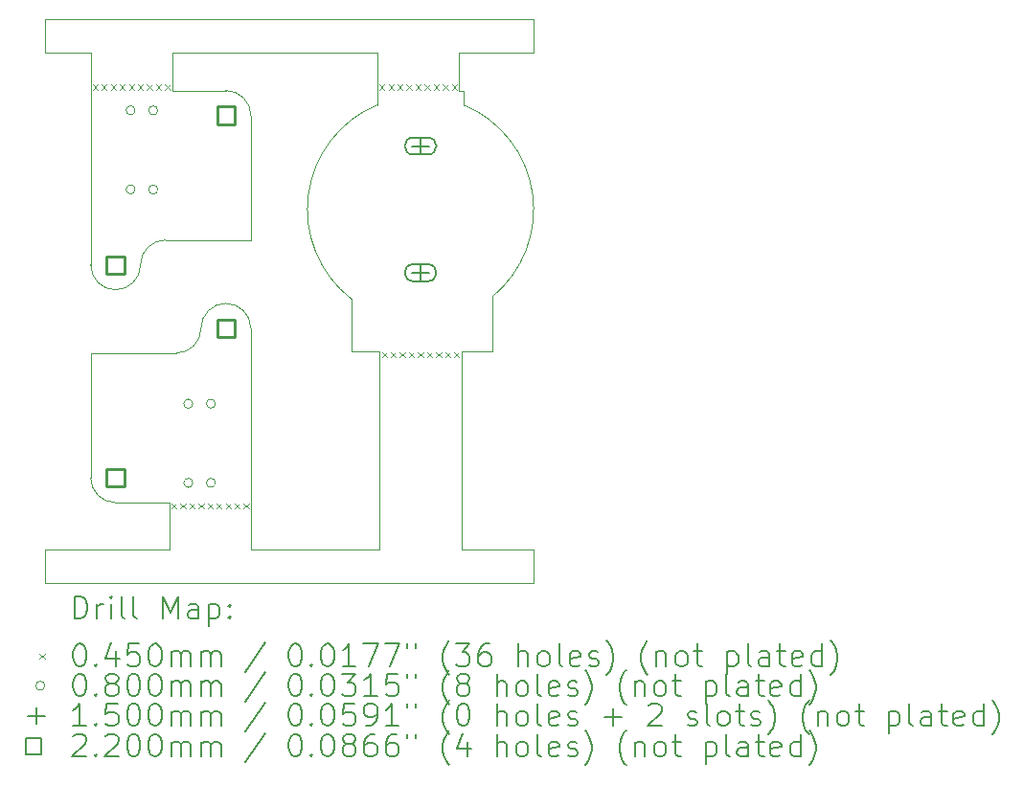
<source format=gbr>
%TF.GenerationSoftware,KiCad,Pcbnew,7.0.5*%
%TF.CreationDate,2024-01-16T16:22:40+08:00*%
%TF.ProjectId,ZeroMini,5a65726f-4d69-46e6-992e-6b696361645f,rev?*%
%TF.SameCoordinates,Original*%
%TF.FileFunction,Drillmap*%
%TF.FilePolarity,Positive*%
%FSLAX45Y45*%
G04 Gerber Fmt 4.5, Leading zero omitted, Abs format (unit mm)*
G04 Created by KiCad (PCBNEW 7.0.5) date 2024-01-16 16:22:40*
%MOMM*%
%LPD*%
G01*
G04 APERTURE LIST*
%ADD10C,0.100000*%
%ADD11C,0.200000*%
%ADD12C,0.045000*%
%ADD13C,0.080000*%
%ADD14C,0.150000*%
%ADD15C,0.220000*%
G04 APERTURE END LIST*
D10*
X14580000Y-3641000D02*
X14980000Y-3641000D01*
X14580000Y-3341000D02*
X14580000Y-3641000D01*
X15200000Y-5734300D02*
G75*
G03*
X15420000Y-5514300I0J220000D01*
G01*
X15735600Y-6294300D02*
G75*
G03*
X15955600Y-6074300I0J220000D01*
G01*
X15735600Y-6294300D02*
X14980000Y-6294300D01*
X18234600Y-3641000D02*
X18234600Y-3972000D01*
X17535600Y-8028000D02*
X16395600Y-8028000D01*
X15700000Y-3641000D02*
X17514600Y-3641000D01*
X14980000Y-7396600D02*
X14980000Y-6294300D01*
X16395600Y-4192000D02*
X16395600Y-5294300D01*
X17514221Y-4098981D02*
G75*
G03*
X17282522Y-5813423I381379J-924419D01*
G01*
X17535600Y-6277400D02*
X17535600Y-8028000D01*
X18276600Y-3972000D02*
X18276600Y-4099000D01*
X17535600Y-6277400D02*
X17282522Y-6277400D01*
X16395600Y-8028000D02*
X16395600Y-7616600D01*
X18255600Y-8028000D02*
X18895640Y-8028000D01*
X15700000Y-3972000D02*
X16175600Y-3972000D01*
X15675600Y-7616600D02*
X15200000Y-7616600D01*
X16175600Y-5854300D02*
G75*
G03*
X15955600Y-6074300I0J-220000D01*
G01*
X16395600Y-6074300D02*
G75*
G03*
X16175600Y-5854300I-220000J0D01*
G01*
X16395600Y-7616600D02*
X16395600Y-6074300D01*
X14580000Y-8028000D02*
X15675600Y-8028000D01*
X14980000Y-5514300D02*
G75*
G03*
X15200000Y-5734300I220000J0D01*
G01*
X14980000Y-3972000D02*
X14980000Y-5514300D01*
X17514600Y-4099000D02*
X17514600Y-3972000D01*
X18255600Y-6277400D02*
X18529794Y-6277400D01*
X15700000Y-3641000D02*
X15700000Y-3972000D01*
X18529794Y-5796574D02*
X18529794Y-6277400D01*
X18529794Y-5796574D02*
G75*
G03*
X18276979Y-4098981I-634194J773174D01*
G01*
X17282522Y-5813423D02*
X17282522Y-6277400D01*
X14580000Y-8028000D02*
X14580000Y-8328000D01*
X14980000Y-7396600D02*
G75*
G03*
X15200000Y-7616600I220000J0D01*
G01*
X18895640Y-3341000D02*
X18895640Y-3641000D01*
X15675600Y-8028000D02*
X15675600Y-7616600D01*
X16395600Y-4192000D02*
G75*
G03*
X16175600Y-3972000I-220000J0D01*
G01*
X18255600Y-6277400D02*
X18255600Y-8028000D01*
X14580000Y-8328000D02*
X18895640Y-8328000D01*
X18234600Y-3972000D02*
X18276600Y-3972000D01*
X14980000Y-3641000D02*
X14980000Y-3972000D01*
X14580000Y-3341000D02*
X18895640Y-3341000D01*
X17514600Y-3641000D02*
X17514600Y-3972000D01*
X15640000Y-5294300D02*
G75*
G03*
X15420000Y-5514300I0J-220000D01*
G01*
X18234600Y-3641000D02*
X18895640Y-3641000D01*
X15640000Y-5294300D02*
X16395600Y-5294300D01*
X18895640Y-8328000D02*
X18895640Y-8028000D01*
D11*
D12*
X14997500Y-3919500D02*
X15042500Y-3964500D01*
X15042500Y-3919500D02*
X14997500Y-3964500D01*
X15077500Y-3919500D02*
X15122500Y-3964500D01*
X15122500Y-3919500D02*
X15077500Y-3964500D01*
X15157500Y-3919500D02*
X15202500Y-3964500D01*
X15202500Y-3919500D02*
X15157500Y-3964500D01*
X15237500Y-3919500D02*
X15282500Y-3964500D01*
X15282500Y-3919500D02*
X15237500Y-3964500D01*
X15317500Y-3919500D02*
X15362500Y-3964500D01*
X15362500Y-3919500D02*
X15317500Y-3964500D01*
X15397500Y-3919500D02*
X15442500Y-3964500D01*
X15442500Y-3919500D02*
X15397500Y-3964500D01*
X15477500Y-3919500D02*
X15522500Y-3964500D01*
X15522500Y-3919500D02*
X15477500Y-3964500D01*
X15557500Y-3919500D02*
X15602500Y-3964500D01*
X15602500Y-3919500D02*
X15557500Y-3964500D01*
X15637500Y-3919500D02*
X15682500Y-3964500D01*
X15682500Y-3919500D02*
X15637500Y-3964500D01*
X15693100Y-7624100D02*
X15738100Y-7669100D01*
X15738100Y-7624100D02*
X15693100Y-7669100D01*
X15773100Y-7624100D02*
X15818100Y-7669100D01*
X15818100Y-7624100D02*
X15773100Y-7669100D01*
X15853100Y-7624100D02*
X15898100Y-7669100D01*
X15898100Y-7624100D02*
X15853100Y-7669100D01*
X15933100Y-7624100D02*
X15978100Y-7669100D01*
X15978100Y-7624100D02*
X15933100Y-7669100D01*
X16013100Y-7624100D02*
X16058100Y-7669100D01*
X16058100Y-7624100D02*
X16013100Y-7669100D01*
X16093100Y-7624100D02*
X16138100Y-7669100D01*
X16138100Y-7624100D02*
X16093100Y-7669100D01*
X16173100Y-7624100D02*
X16218100Y-7669100D01*
X16218100Y-7624100D02*
X16173100Y-7669100D01*
X16253100Y-7624100D02*
X16298100Y-7669100D01*
X16298100Y-7624100D02*
X16253100Y-7669100D01*
X16333100Y-7624100D02*
X16378100Y-7669100D01*
X16378100Y-7624100D02*
X16333100Y-7669100D01*
X17532100Y-3919500D02*
X17577100Y-3964500D01*
X17577100Y-3919500D02*
X17532100Y-3964500D01*
X17553100Y-6284900D02*
X17598100Y-6329900D01*
X17598100Y-6284900D02*
X17553100Y-6329900D01*
X17612100Y-3919500D02*
X17657100Y-3964500D01*
X17657100Y-3919500D02*
X17612100Y-3964500D01*
X17633100Y-6284900D02*
X17678100Y-6329900D01*
X17678100Y-6284900D02*
X17633100Y-6329900D01*
X17692100Y-3919500D02*
X17737100Y-3964500D01*
X17737100Y-3919500D02*
X17692100Y-3964500D01*
X17713100Y-6284900D02*
X17758100Y-6329900D01*
X17758100Y-6284900D02*
X17713100Y-6329900D01*
X17772100Y-3919500D02*
X17817100Y-3964500D01*
X17817100Y-3919500D02*
X17772100Y-3964500D01*
X17793100Y-6284900D02*
X17838100Y-6329900D01*
X17838100Y-6284900D02*
X17793100Y-6329900D01*
X17852100Y-3919500D02*
X17897100Y-3964500D01*
X17897100Y-3919500D02*
X17852100Y-3964500D01*
X17873100Y-6284900D02*
X17918100Y-6329900D01*
X17918100Y-6284900D02*
X17873100Y-6329900D01*
X17932100Y-3919500D02*
X17977100Y-3964500D01*
X17977100Y-3919500D02*
X17932100Y-3964500D01*
X17953100Y-6284900D02*
X17998100Y-6329900D01*
X17998100Y-6284900D02*
X17953100Y-6329900D01*
X18012100Y-3919500D02*
X18057100Y-3964500D01*
X18057100Y-3919500D02*
X18012100Y-3964500D01*
X18033100Y-6284900D02*
X18078100Y-6329900D01*
X18078100Y-6284900D02*
X18033100Y-6329900D01*
X18092100Y-3919500D02*
X18137100Y-3964500D01*
X18137100Y-3919500D02*
X18092100Y-3964500D01*
X18113100Y-6284900D02*
X18158100Y-6329900D01*
X18158100Y-6284900D02*
X18113100Y-6329900D01*
X18172100Y-3919500D02*
X18217100Y-3964500D01*
X18217100Y-3919500D02*
X18172100Y-3964500D01*
X18193100Y-6284900D02*
X18238100Y-6329900D01*
X18238100Y-6284900D02*
X18193100Y-6329900D01*
D13*
X15372800Y-4147000D02*
G75*
G03*
X15372800Y-4147000I-40000J0D01*
G01*
X15372800Y-4847000D02*
G75*
G03*
X15372800Y-4847000I-40000J0D01*
G01*
X15572800Y-4147000D02*
G75*
G03*
X15572800Y-4147000I-40000J0D01*
G01*
X15572800Y-4847000D02*
G75*
G03*
X15572800Y-4847000I-40000J0D01*
G01*
X15882800Y-6741600D02*
G75*
G03*
X15882800Y-6741600I-40000J0D01*
G01*
X15882800Y-7441600D02*
G75*
G03*
X15882800Y-7441600I-40000J0D01*
G01*
X16082800Y-6741600D02*
G75*
G03*
X16082800Y-6741600I-40000J0D01*
G01*
X16082800Y-7441600D02*
G75*
G03*
X16082800Y-7441600I-40000J0D01*
G01*
D14*
X17895600Y-4388400D02*
X17895600Y-4538400D01*
X17820600Y-4463400D02*
X17970600Y-4463400D01*
D11*
X17960600Y-4388400D02*
X17830600Y-4388400D01*
X17830600Y-4388400D02*
G75*
G03*
X17830600Y-4538400I0J-75000D01*
G01*
X17830600Y-4538400D02*
X17960600Y-4538400D01*
X17960600Y-4538400D02*
G75*
G03*
X17960600Y-4388400I0J75000D01*
G01*
D14*
X17895600Y-5508400D02*
X17895600Y-5658400D01*
X17820600Y-5583400D02*
X17970600Y-5583400D01*
D11*
X17960600Y-5508400D02*
X17830600Y-5508400D01*
X17830600Y-5508400D02*
G75*
G03*
X17830600Y-5658400I0J-75000D01*
G01*
X17830600Y-5658400D02*
X17960600Y-5658400D01*
X17960600Y-5658400D02*
G75*
G03*
X17960600Y-5508400I0J75000D01*
G01*
D15*
X15277782Y-5592083D02*
X15277782Y-5436518D01*
X15122217Y-5436518D01*
X15122217Y-5592083D01*
X15277782Y-5592083D01*
X15277782Y-7474382D02*
X15277782Y-7318817D01*
X15122217Y-7318817D01*
X15122217Y-7474382D01*
X15277782Y-7474382D01*
X16253382Y-4269783D02*
X16253382Y-4114217D01*
X16097817Y-4114217D01*
X16097817Y-4269783D01*
X16253382Y-4269783D01*
X16253382Y-6152082D02*
X16253382Y-5996517D01*
X16097817Y-5996517D01*
X16097817Y-6152082D01*
X16253382Y-6152082D01*
D11*
X14835777Y-8644484D02*
X14835777Y-8444484D01*
X14835777Y-8444484D02*
X14883396Y-8444484D01*
X14883396Y-8444484D02*
X14911967Y-8454008D01*
X14911967Y-8454008D02*
X14931015Y-8473055D01*
X14931015Y-8473055D02*
X14940539Y-8492103D01*
X14940539Y-8492103D02*
X14950062Y-8530198D01*
X14950062Y-8530198D02*
X14950062Y-8558770D01*
X14950062Y-8558770D02*
X14940539Y-8596865D01*
X14940539Y-8596865D02*
X14931015Y-8615912D01*
X14931015Y-8615912D02*
X14911967Y-8634960D01*
X14911967Y-8634960D02*
X14883396Y-8644484D01*
X14883396Y-8644484D02*
X14835777Y-8644484D01*
X15035777Y-8644484D02*
X15035777Y-8511150D01*
X15035777Y-8549246D02*
X15045301Y-8530198D01*
X15045301Y-8530198D02*
X15054824Y-8520674D01*
X15054824Y-8520674D02*
X15073872Y-8511150D01*
X15073872Y-8511150D02*
X15092920Y-8511150D01*
X15159586Y-8644484D02*
X15159586Y-8511150D01*
X15159586Y-8444484D02*
X15150062Y-8454008D01*
X15150062Y-8454008D02*
X15159586Y-8463531D01*
X15159586Y-8463531D02*
X15169110Y-8454008D01*
X15169110Y-8454008D02*
X15159586Y-8444484D01*
X15159586Y-8444484D02*
X15159586Y-8463531D01*
X15283396Y-8644484D02*
X15264348Y-8634960D01*
X15264348Y-8634960D02*
X15254824Y-8615912D01*
X15254824Y-8615912D02*
X15254824Y-8444484D01*
X15388158Y-8644484D02*
X15369110Y-8634960D01*
X15369110Y-8634960D02*
X15359586Y-8615912D01*
X15359586Y-8615912D02*
X15359586Y-8444484D01*
X15616729Y-8644484D02*
X15616729Y-8444484D01*
X15616729Y-8444484D02*
X15683396Y-8587341D01*
X15683396Y-8587341D02*
X15750062Y-8444484D01*
X15750062Y-8444484D02*
X15750062Y-8644484D01*
X15931015Y-8644484D02*
X15931015Y-8539722D01*
X15931015Y-8539722D02*
X15921491Y-8520674D01*
X15921491Y-8520674D02*
X15902443Y-8511150D01*
X15902443Y-8511150D02*
X15864348Y-8511150D01*
X15864348Y-8511150D02*
X15845301Y-8520674D01*
X15931015Y-8634960D02*
X15911967Y-8644484D01*
X15911967Y-8644484D02*
X15864348Y-8644484D01*
X15864348Y-8644484D02*
X15845301Y-8634960D01*
X15845301Y-8634960D02*
X15835777Y-8615912D01*
X15835777Y-8615912D02*
X15835777Y-8596865D01*
X15835777Y-8596865D02*
X15845301Y-8577817D01*
X15845301Y-8577817D02*
X15864348Y-8568293D01*
X15864348Y-8568293D02*
X15911967Y-8568293D01*
X15911967Y-8568293D02*
X15931015Y-8558770D01*
X16026253Y-8511150D02*
X16026253Y-8711150D01*
X16026253Y-8520674D02*
X16045301Y-8511150D01*
X16045301Y-8511150D02*
X16083396Y-8511150D01*
X16083396Y-8511150D02*
X16102443Y-8520674D01*
X16102443Y-8520674D02*
X16111967Y-8530198D01*
X16111967Y-8530198D02*
X16121491Y-8549246D01*
X16121491Y-8549246D02*
X16121491Y-8606389D01*
X16121491Y-8606389D02*
X16111967Y-8625436D01*
X16111967Y-8625436D02*
X16102443Y-8634960D01*
X16102443Y-8634960D02*
X16083396Y-8644484D01*
X16083396Y-8644484D02*
X16045301Y-8644484D01*
X16045301Y-8644484D02*
X16026253Y-8634960D01*
X16207205Y-8625436D02*
X16216729Y-8634960D01*
X16216729Y-8634960D02*
X16207205Y-8644484D01*
X16207205Y-8644484D02*
X16197682Y-8634960D01*
X16197682Y-8634960D02*
X16207205Y-8625436D01*
X16207205Y-8625436D02*
X16207205Y-8644484D01*
X16207205Y-8520674D02*
X16216729Y-8530198D01*
X16216729Y-8530198D02*
X16207205Y-8539722D01*
X16207205Y-8539722D02*
X16197682Y-8530198D01*
X16197682Y-8530198D02*
X16207205Y-8520674D01*
X16207205Y-8520674D02*
X16207205Y-8539722D01*
D12*
X14530000Y-8950500D02*
X14575000Y-8995500D01*
X14575000Y-8950500D02*
X14530000Y-8995500D01*
D11*
X14873872Y-8864484D02*
X14892920Y-8864484D01*
X14892920Y-8864484D02*
X14911967Y-8874008D01*
X14911967Y-8874008D02*
X14921491Y-8883531D01*
X14921491Y-8883531D02*
X14931015Y-8902579D01*
X14931015Y-8902579D02*
X14940539Y-8940674D01*
X14940539Y-8940674D02*
X14940539Y-8988293D01*
X14940539Y-8988293D02*
X14931015Y-9026389D01*
X14931015Y-9026389D02*
X14921491Y-9045436D01*
X14921491Y-9045436D02*
X14911967Y-9054960D01*
X14911967Y-9054960D02*
X14892920Y-9064484D01*
X14892920Y-9064484D02*
X14873872Y-9064484D01*
X14873872Y-9064484D02*
X14854824Y-9054960D01*
X14854824Y-9054960D02*
X14845301Y-9045436D01*
X14845301Y-9045436D02*
X14835777Y-9026389D01*
X14835777Y-9026389D02*
X14826253Y-8988293D01*
X14826253Y-8988293D02*
X14826253Y-8940674D01*
X14826253Y-8940674D02*
X14835777Y-8902579D01*
X14835777Y-8902579D02*
X14845301Y-8883531D01*
X14845301Y-8883531D02*
X14854824Y-8874008D01*
X14854824Y-8874008D02*
X14873872Y-8864484D01*
X15026253Y-9045436D02*
X15035777Y-9054960D01*
X15035777Y-9054960D02*
X15026253Y-9064484D01*
X15026253Y-9064484D02*
X15016729Y-9054960D01*
X15016729Y-9054960D02*
X15026253Y-9045436D01*
X15026253Y-9045436D02*
X15026253Y-9064484D01*
X15207205Y-8931150D02*
X15207205Y-9064484D01*
X15159586Y-8854960D02*
X15111967Y-8997817D01*
X15111967Y-8997817D02*
X15235777Y-8997817D01*
X15407205Y-8864484D02*
X15311967Y-8864484D01*
X15311967Y-8864484D02*
X15302443Y-8959722D01*
X15302443Y-8959722D02*
X15311967Y-8950198D01*
X15311967Y-8950198D02*
X15331015Y-8940674D01*
X15331015Y-8940674D02*
X15378634Y-8940674D01*
X15378634Y-8940674D02*
X15397682Y-8950198D01*
X15397682Y-8950198D02*
X15407205Y-8959722D01*
X15407205Y-8959722D02*
X15416729Y-8978770D01*
X15416729Y-8978770D02*
X15416729Y-9026389D01*
X15416729Y-9026389D02*
X15407205Y-9045436D01*
X15407205Y-9045436D02*
X15397682Y-9054960D01*
X15397682Y-9054960D02*
X15378634Y-9064484D01*
X15378634Y-9064484D02*
X15331015Y-9064484D01*
X15331015Y-9064484D02*
X15311967Y-9054960D01*
X15311967Y-9054960D02*
X15302443Y-9045436D01*
X15540539Y-8864484D02*
X15559586Y-8864484D01*
X15559586Y-8864484D02*
X15578634Y-8874008D01*
X15578634Y-8874008D02*
X15588158Y-8883531D01*
X15588158Y-8883531D02*
X15597682Y-8902579D01*
X15597682Y-8902579D02*
X15607205Y-8940674D01*
X15607205Y-8940674D02*
X15607205Y-8988293D01*
X15607205Y-8988293D02*
X15597682Y-9026389D01*
X15597682Y-9026389D02*
X15588158Y-9045436D01*
X15588158Y-9045436D02*
X15578634Y-9054960D01*
X15578634Y-9054960D02*
X15559586Y-9064484D01*
X15559586Y-9064484D02*
X15540539Y-9064484D01*
X15540539Y-9064484D02*
X15521491Y-9054960D01*
X15521491Y-9054960D02*
X15511967Y-9045436D01*
X15511967Y-9045436D02*
X15502443Y-9026389D01*
X15502443Y-9026389D02*
X15492920Y-8988293D01*
X15492920Y-8988293D02*
X15492920Y-8940674D01*
X15492920Y-8940674D02*
X15502443Y-8902579D01*
X15502443Y-8902579D02*
X15511967Y-8883531D01*
X15511967Y-8883531D02*
X15521491Y-8874008D01*
X15521491Y-8874008D02*
X15540539Y-8864484D01*
X15692920Y-9064484D02*
X15692920Y-8931150D01*
X15692920Y-8950198D02*
X15702443Y-8940674D01*
X15702443Y-8940674D02*
X15721491Y-8931150D01*
X15721491Y-8931150D02*
X15750063Y-8931150D01*
X15750063Y-8931150D02*
X15769110Y-8940674D01*
X15769110Y-8940674D02*
X15778634Y-8959722D01*
X15778634Y-8959722D02*
X15778634Y-9064484D01*
X15778634Y-8959722D02*
X15788158Y-8940674D01*
X15788158Y-8940674D02*
X15807205Y-8931150D01*
X15807205Y-8931150D02*
X15835777Y-8931150D01*
X15835777Y-8931150D02*
X15854824Y-8940674D01*
X15854824Y-8940674D02*
X15864348Y-8959722D01*
X15864348Y-8959722D02*
X15864348Y-9064484D01*
X15959586Y-9064484D02*
X15959586Y-8931150D01*
X15959586Y-8950198D02*
X15969110Y-8940674D01*
X15969110Y-8940674D02*
X15988158Y-8931150D01*
X15988158Y-8931150D02*
X16016729Y-8931150D01*
X16016729Y-8931150D02*
X16035777Y-8940674D01*
X16035777Y-8940674D02*
X16045301Y-8959722D01*
X16045301Y-8959722D02*
X16045301Y-9064484D01*
X16045301Y-8959722D02*
X16054824Y-8940674D01*
X16054824Y-8940674D02*
X16073872Y-8931150D01*
X16073872Y-8931150D02*
X16102443Y-8931150D01*
X16102443Y-8931150D02*
X16121491Y-8940674D01*
X16121491Y-8940674D02*
X16131015Y-8959722D01*
X16131015Y-8959722D02*
X16131015Y-9064484D01*
X16521491Y-8854960D02*
X16350063Y-9112103D01*
X16778634Y-8864484D02*
X16797682Y-8864484D01*
X16797682Y-8864484D02*
X16816729Y-8874008D01*
X16816729Y-8874008D02*
X16826253Y-8883531D01*
X16826253Y-8883531D02*
X16835777Y-8902579D01*
X16835777Y-8902579D02*
X16845301Y-8940674D01*
X16845301Y-8940674D02*
X16845301Y-8988293D01*
X16845301Y-8988293D02*
X16835777Y-9026389D01*
X16835777Y-9026389D02*
X16826253Y-9045436D01*
X16826253Y-9045436D02*
X16816729Y-9054960D01*
X16816729Y-9054960D02*
X16797682Y-9064484D01*
X16797682Y-9064484D02*
X16778634Y-9064484D01*
X16778634Y-9064484D02*
X16759586Y-9054960D01*
X16759586Y-9054960D02*
X16750063Y-9045436D01*
X16750063Y-9045436D02*
X16740539Y-9026389D01*
X16740539Y-9026389D02*
X16731015Y-8988293D01*
X16731015Y-8988293D02*
X16731015Y-8940674D01*
X16731015Y-8940674D02*
X16740539Y-8902579D01*
X16740539Y-8902579D02*
X16750063Y-8883531D01*
X16750063Y-8883531D02*
X16759586Y-8874008D01*
X16759586Y-8874008D02*
X16778634Y-8864484D01*
X16931015Y-9045436D02*
X16940539Y-9054960D01*
X16940539Y-9054960D02*
X16931015Y-9064484D01*
X16931015Y-9064484D02*
X16921491Y-9054960D01*
X16921491Y-9054960D02*
X16931015Y-9045436D01*
X16931015Y-9045436D02*
X16931015Y-9064484D01*
X17064348Y-8864484D02*
X17083396Y-8864484D01*
X17083396Y-8864484D02*
X17102444Y-8874008D01*
X17102444Y-8874008D02*
X17111968Y-8883531D01*
X17111968Y-8883531D02*
X17121491Y-8902579D01*
X17121491Y-8902579D02*
X17131015Y-8940674D01*
X17131015Y-8940674D02*
X17131015Y-8988293D01*
X17131015Y-8988293D02*
X17121491Y-9026389D01*
X17121491Y-9026389D02*
X17111968Y-9045436D01*
X17111968Y-9045436D02*
X17102444Y-9054960D01*
X17102444Y-9054960D02*
X17083396Y-9064484D01*
X17083396Y-9064484D02*
X17064348Y-9064484D01*
X17064348Y-9064484D02*
X17045301Y-9054960D01*
X17045301Y-9054960D02*
X17035777Y-9045436D01*
X17035777Y-9045436D02*
X17026253Y-9026389D01*
X17026253Y-9026389D02*
X17016729Y-8988293D01*
X17016729Y-8988293D02*
X17016729Y-8940674D01*
X17016729Y-8940674D02*
X17026253Y-8902579D01*
X17026253Y-8902579D02*
X17035777Y-8883531D01*
X17035777Y-8883531D02*
X17045301Y-8874008D01*
X17045301Y-8874008D02*
X17064348Y-8864484D01*
X17321491Y-9064484D02*
X17207206Y-9064484D01*
X17264348Y-9064484D02*
X17264348Y-8864484D01*
X17264348Y-8864484D02*
X17245301Y-8893055D01*
X17245301Y-8893055D02*
X17226253Y-8912103D01*
X17226253Y-8912103D02*
X17207206Y-8921627D01*
X17388158Y-8864484D02*
X17521491Y-8864484D01*
X17521491Y-8864484D02*
X17435777Y-9064484D01*
X17578634Y-8864484D02*
X17711968Y-8864484D01*
X17711968Y-8864484D02*
X17626253Y-9064484D01*
X17778634Y-8864484D02*
X17778634Y-8902579D01*
X17854825Y-8864484D02*
X17854825Y-8902579D01*
X18150063Y-9140674D02*
X18140539Y-9131150D01*
X18140539Y-9131150D02*
X18121491Y-9102579D01*
X18121491Y-9102579D02*
X18111968Y-9083531D01*
X18111968Y-9083531D02*
X18102444Y-9054960D01*
X18102444Y-9054960D02*
X18092920Y-9007341D01*
X18092920Y-9007341D02*
X18092920Y-8969246D01*
X18092920Y-8969246D02*
X18102444Y-8921627D01*
X18102444Y-8921627D02*
X18111968Y-8893055D01*
X18111968Y-8893055D02*
X18121491Y-8874008D01*
X18121491Y-8874008D02*
X18140539Y-8845436D01*
X18140539Y-8845436D02*
X18150063Y-8835912D01*
X18207206Y-8864484D02*
X18331015Y-8864484D01*
X18331015Y-8864484D02*
X18264349Y-8940674D01*
X18264349Y-8940674D02*
X18292920Y-8940674D01*
X18292920Y-8940674D02*
X18311968Y-8950198D01*
X18311968Y-8950198D02*
X18321491Y-8959722D01*
X18321491Y-8959722D02*
X18331015Y-8978770D01*
X18331015Y-8978770D02*
X18331015Y-9026389D01*
X18331015Y-9026389D02*
X18321491Y-9045436D01*
X18321491Y-9045436D02*
X18311968Y-9054960D01*
X18311968Y-9054960D02*
X18292920Y-9064484D01*
X18292920Y-9064484D02*
X18235777Y-9064484D01*
X18235777Y-9064484D02*
X18216730Y-9054960D01*
X18216730Y-9054960D02*
X18207206Y-9045436D01*
X18502444Y-8864484D02*
X18464349Y-8864484D01*
X18464349Y-8864484D02*
X18445301Y-8874008D01*
X18445301Y-8874008D02*
X18435777Y-8883531D01*
X18435777Y-8883531D02*
X18416730Y-8912103D01*
X18416730Y-8912103D02*
X18407206Y-8950198D01*
X18407206Y-8950198D02*
X18407206Y-9026389D01*
X18407206Y-9026389D02*
X18416730Y-9045436D01*
X18416730Y-9045436D02*
X18426253Y-9054960D01*
X18426253Y-9054960D02*
X18445301Y-9064484D01*
X18445301Y-9064484D02*
X18483396Y-9064484D01*
X18483396Y-9064484D02*
X18502444Y-9054960D01*
X18502444Y-9054960D02*
X18511968Y-9045436D01*
X18511968Y-9045436D02*
X18521491Y-9026389D01*
X18521491Y-9026389D02*
X18521491Y-8978770D01*
X18521491Y-8978770D02*
X18511968Y-8959722D01*
X18511968Y-8959722D02*
X18502444Y-8950198D01*
X18502444Y-8950198D02*
X18483396Y-8940674D01*
X18483396Y-8940674D02*
X18445301Y-8940674D01*
X18445301Y-8940674D02*
X18426253Y-8950198D01*
X18426253Y-8950198D02*
X18416730Y-8959722D01*
X18416730Y-8959722D02*
X18407206Y-8978770D01*
X18759587Y-9064484D02*
X18759587Y-8864484D01*
X18845301Y-9064484D02*
X18845301Y-8959722D01*
X18845301Y-8959722D02*
X18835777Y-8940674D01*
X18835777Y-8940674D02*
X18816730Y-8931150D01*
X18816730Y-8931150D02*
X18788158Y-8931150D01*
X18788158Y-8931150D02*
X18769111Y-8940674D01*
X18769111Y-8940674D02*
X18759587Y-8950198D01*
X18969111Y-9064484D02*
X18950063Y-9054960D01*
X18950063Y-9054960D02*
X18940539Y-9045436D01*
X18940539Y-9045436D02*
X18931015Y-9026389D01*
X18931015Y-9026389D02*
X18931015Y-8969246D01*
X18931015Y-8969246D02*
X18940539Y-8950198D01*
X18940539Y-8950198D02*
X18950063Y-8940674D01*
X18950063Y-8940674D02*
X18969111Y-8931150D01*
X18969111Y-8931150D02*
X18997682Y-8931150D01*
X18997682Y-8931150D02*
X19016730Y-8940674D01*
X19016730Y-8940674D02*
X19026253Y-8950198D01*
X19026253Y-8950198D02*
X19035777Y-8969246D01*
X19035777Y-8969246D02*
X19035777Y-9026389D01*
X19035777Y-9026389D02*
X19026253Y-9045436D01*
X19026253Y-9045436D02*
X19016730Y-9054960D01*
X19016730Y-9054960D02*
X18997682Y-9064484D01*
X18997682Y-9064484D02*
X18969111Y-9064484D01*
X19150063Y-9064484D02*
X19131015Y-9054960D01*
X19131015Y-9054960D02*
X19121492Y-9035912D01*
X19121492Y-9035912D02*
X19121492Y-8864484D01*
X19302444Y-9054960D02*
X19283396Y-9064484D01*
X19283396Y-9064484D02*
X19245301Y-9064484D01*
X19245301Y-9064484D02*
X19226253Y-9054960D01*
X19226253Y-9054960D02*
X19216730Y-9035912D01*
X19216730Y-9035912D02*
X19216730Y-8959722D01*
X19216730Y-8959722D02*
X19226253Y-8940674D01*
X19226253Y-8940674D02*
X19245301Y-8931150D01*
X19245301Y-8931150D02*
X19283396Y-8931150D01*
X19283396Y-8931150D02*
X19302444Y-8940674D01*
X19302444Y-8940674D02*
X19311968Y-8959722D01*
X19311968Y-8959722D02*
X19311968Y-8978770D01*
X19311968Y-8978770D02*
X19216730Y-8997817D01*
X19388158Y-9054960D02*
X19407206Y-9064484D01*
X19407206Y-9064484D02*
X19445301Y-9064484D01*
X19445301Y-9064484D02*
X19464349Y-9054960D01*
X19464349Y-9054960D02*
X19473873Y-9035912D01*
X19473873Y-9035912D02*
X19473873Y-9026389D01*
X19473873Y-9026389D02*
X19464349Y-9007341D01*
X19464349Y-9007341D02*
X19445301Y-8997817D01*
X19445301Y-8997817D02*
X19416730Y-8997817D01*
X19416730Y-8997817D02*
X19397682Y-8988293D01*
X19397682Y-8988293D02*
X19388158Y-8969246D01*
X19388158Y-8969246D02*
X19388158Y-8959722D01*
X19388158Y-8959722D02*
X19397682Y-8940674D01*
X19397682Y-8940674D02*
X19416730Y-8931150D01*
X19416730Y-8931150D02*
X19445301Y-8931150D01*
X19445301Y-8931150D02*
X19464349Y-8940674D01*
X19540539Y-9140674D02*
X19550063Y-9131150D01*
X19550063Y-9131150D02*
X19569111Y-9102579D01*
X19569111Y-9102579D02*
X19578634Y-9083531D01*
X19578634Y-9083531D02*
X19588158Y-9054960D01*
X19588158Y-9054960D02*
X19597682Y-9007341D01*
X19597682Y-9007341D02*
X19597682Y-8969246D01*
X19597682Y-8969246D02*
X19588158Y-8921627D01*
X19588158Y-8921627D02*
X19578634Y-8893055D01*
X19578634Y-8893055D02*
X19569111Y-8874008D01*
X19569111Y-8874008D02*
X19550063Y-8845436D01*
X19550063Y-8845436D02*
X19540539Y-8835912D01*
X19902444Y-9140674D02*
X19892920Y-9131150D01*
X19892920Y-9131150D02*
X19873873Y-9102579D01*
X19873873Y-9102579D02*
X19864349Y-9083531D01*
X19864349Y-9083531D02*
X19854825Y-9054960D01*
X19854825Y-9054960D02*
X19845301Y-9007341D01*
X19845301Y-9007341D02*
X19845301Y-8969246D01*
X19845301Y-8969246D02*
X19854825Y-8921627D01*
X19854825Y-8921627D02*
X19864349Y-8893055D01*
X19864349Y-8893055D02*
X19873873Y-8874008D01*
X19873873Y-8874008D02*
X19892920Y-8845436D01*
X19892920Y-8845436D02*
X19902444Y-8835912D01*
X19978634Y-8931150D02*
X19978634Y-9064484D01*
X19978634Y-8950198D02*
X19988158Y-8940674D01*
X19988158Y-8940674D02*
X20007206Y-8931150D01*
X20007206Y-8931150D02*
X20035777Y-8931150D01*
X20035777Y-8931150D02*
X20054825Y-8940674D01*
X20054825Y-8940674D02*
X20064349Y-8959722D01*
X20064349Y-8959722D02*
X20064349Y-9064484D01*
X20188158Y-9064484D02*
X20169111Y-9054960D01*
X20169111Y-9054960D02*
X20159587Y-9045436D01*
X20159587Y-9045436D02*
X20150063Y-9026389D01*
X20150063Y-9026389D02*
X20150063Y-8969246D01*
X20150063Y-8969246D02*
X20159587Y-8950198D01*
X20159587Y-8950198D02*
X20169111Y-8940674D01*
X20169111Y-8940674D02*
X20188158Y-8931150D01*
X20188158Y-8931150D02*
X20216730Y-8931150D01*
X20216730Y-8931150D02*
X20235777Y-8940674D01*
X20235777Y-8940674D02*
X20245301Y-8950198D01*
X20245301Y-8950198D02*
X20254825Y-8969246D01*
X20254825Y-8969246D02*
X20254825Y-9026389D01*
X20254825Y-9026389D02*
X20245301Y-9045436D01*
X20245301Y-9045436D02*
X20235777Y-9054960D01*
X20235777Y-9054960D02*
X20216730Y-9064484D01*
X20216730Y-9064484D02*
X20188158Y-9064484D01*
X20311968Y-8931150D02*
X20388158Y-8931150D01*
X20340539Y-8864484D02*
X20340539Y-9035912D01*
X20340539Y-9035912D02*
X20350063Y-9054960D01*
X20350063Y-9054960D02*
X20369111Y-9064484D01*
X20369111Y-9064484D02*
X20388158Y-9064484D01*
X20607206Y-8931150D02*
X20607206Y-9131150D01*
X20607206Y-8940674D02*
X20626254Y-8931150D01*
X20626254Y-8931150D02*
X20664349Y-8931150D01*
X20664349Y-8931150D02*
X20683396Y-8940674D01*
X20683396Y-8940674D02*
X20692920Y-8950198D01*
X20692920Y-8950198D02*
X20702444Y-8969246D01*
X20702444Y-8969246D02*
X20702444Y-9026389D01*
X20702444Y-9026389D02*
X20692920Y-9045436D01*
X20692920Y-9045436D02*
X20683396Y-9054960D01*
X20683396Y-9054960D02*
X20664349Y-9064484D01*
X20664349Y-9064484D02*
X20626254Y-9064484D01*
X20626254Y-9064484D02*
X20607206Y-9054960D01*
X20816730Y-9064484D02*
X20797682Y-9054960D01*
X20797682Y-9054960D02*
X20788158Y-9035912D01*
X20788158Y-9035912D02*
X20788158Y-8864484D01*
X20978635Y-9064484D02*
X20978635Y-8959722D01*
X20978635Y-8959722D02*
X20969111Y-8940674D01*
X20969111Y-8940674D02*
X20950063Y-8931150D01*
X20950063Y-8931150D02*
X20911968Y-8931150D01*
X20911968Y-8931150D02*
X20892920Y-8940674D01*
X20978635Y-9054960D02*
X20959587Y-9064484D01*
X20959587Y-9064484D02*
X20911968Y-9064484D01*
X20911968Y-9064484D02*
X20892920Y-9054960D01*
X20892920Y-9054960D02*
X20883396Y-9035912D01*
X20883396Y-9035912D02*
X20883396Y-9016865D01*
X20883396Y-9016865D02*
X20892920Y-8997817D01*
X20892920Y-8997817D02*
X20911968Y-8988293D01*
X20911968Y-8988293D02*
X20959587Y-8988293D01*
X20959587Y-8988293D02*
X20978635Y-8978770D01*
X21045301Y-8931150D02*
X21121492Y-8931150D01*
X21073873Y-8864484D02*
X21073873Y-9035912D01*
X21073873Y-9035912D02*
X21083396Y-9054960D01*
X21083396Y-9054960D02*
X21102444Y-9064484D01*
X21102444Y-9064484D02*
X21121492Y-9064484D01*
X21264349Y-9054960D02*
X21245301Y-9064484D01*
X21245301Y-9064484D02*
X21207206Y-9064484D01*
X21207206Y-9064484D02*
X21188158Y-9054960D01*
X21188158Y-9054960D02*
X21178635Y-9035912D01*
X21178635Y-9035912D02*
X21178635Y-8959722D01*
X21178635Y-8959722D02*
X21188158Y-8940674D01*
X21188158Y-8940674D02*
X21207206Y-8931150D01*
X21207206Y-8931150D02*
X21245301Y-8931150D01*
X21245301Y-8931150D02*
X21264349Y-8940674D01*
X21264349Y-8940674D02*
X21273873Y-8959722D01*
X21273873Y-8959722D02*
X21273873Y-8978770D01*
X21273873Y-8978770D02*
X21178635Y-8997817D01*
X21445301Y-9064484D02*
X21445301Y-8864484D01*
X21445301Y-9054960D02*
X21426254Y-9064484D01*
X21426254Y-9064484D02*
X21388158Y-9064484D01*
X21388158Y-9064484D02*
X21369111Y-9054960D01*
X21369111Y-9054960D02*
X21359587Y-9045436D01*
X21359587Y-9045436D02*
X21350063Y-9026389D01*
X21350063Y-9026389D02*
X21350063Y-8969246D01*
X21350063Y-8969246D02*
X21359587Y-8950198D01*
X21359587Y-8950198D02*
X21369111Y-8940674D01*
X21369111Y-8940674D02*
X21388158Y-8931150D01*
X21388158Y-8931150D02*
X21426254Y-8931150D01*
X21426254Y-8931150D02*
X21445301Y-8940674D01*
X21521492Y-9140674D02*
X21531016Y-9131150D01*
X21531016Y-9131150D02*
X21550063Y-9102579D01*
X21550063Y-9102579D02*
X21559587Y-9083531D01*
X21559587Y-9083531D02*
X21569111Y-9054960D01*
X21569111Y-9054960D02*
X21578635Y-9007341D01*
X21578635Y-9007341D02*
X21578635Y-8969246D01*
X21578635Y-8969246D02*
X21569111Y-8921627D01*
X21569111Y-8921627D02*
X21559587Y-8893055D01*
X21559587Y-8893055D02*
X21550063Y-8874008D01*
X21550063Y-8874008D02*
X21531016Y-8845436D01*
X21531016Y-8845436D02*
X21521492Y-8835912D01*
D13*
X14575000Y-9237000D02*
G75*
G03*
X14575000Y-9237000I-40000J0D01*
G01*
D11*
X14873872Y-9128484D02*
X14892920Y-9128484D01*
X14892920Y-9128484D02*
X14911967Y-9138008D01*
X14911967Y-9138008D02*
X14921491Y-9147531D01*
X14921491Y-9147531D02*
X14931015Y-9166579D01*
X14931015Y-9166579D02*
X14940539Y-9204674D01*
X14940539Y-9204674D02*
X14940539Y-9252293D01*
X14940539Y-9252293D02*
X14931015Y-9290389D01*
X14931015Y-9290389D02*
X14921491Y-9309436D01*
X14921491Y-9309436D02*
X14911967Y-9318960D01*
X14911967Y-9318960D02*
X14892920Y-9328484D01*
X14892920Y-9328484D02*
X14873872Y-9328484D01*
X14873872Y-9328484D02*
X14854824Y-9318960D01*
X14854824Y-9318960D02*
X14845301Y-9309436D01*
X14845301Y-9309436D02*
X14835777Y-9290389D01*
X14835777Y-9290389D02*
X14826253Y-9252293D01*
X14826253Y-9252293D02*
X14826253Y-9204674D01*
X14826253Y-9204674D02*
X14835777Y-9166579D01*
X14835777Y-9166579D02*
X14845301Y-9147531D01*
X14845301Y-9147531D02*
X14854824Y-9138008D01*
X14854824Y-9138008D02*
X14873872Y-9128484D01*
X15026253Y-9309436D02*
X15035777Y-9318960D01*
X15035777Y-9318960D02*
X15026253Y-9328484D01*
X15026253Y-9328484D02*
X15016729Y-9318960D01*
X15016729Y-9318960D02*
X15026253Y-9309436D01*
X15026253Y-9309436D02*
X15026253Y-9328484D01*
X15150062Y-9214198D02*
X15131015Y-9204674D01*
X15131015Y-9204674D02*
X15121491Y-9195150D01*
X15121491Y-9195150D02*
X15111967Y-9176103D01*
X15111967Y-9176103D02*
X15111967Y-9166579D01*
X15111967Y-9166579D02*
X15121491Y-9147531D01*
X15121491Y-9147531D02*
X15131015Y-9138008D01*
X15131015Y-9138008D02*
X15150062Y-9128484D01*
X15150062Y-9128484D02*
X15188158Y-9128484D01*
X15188158Y-9128484D02*
X15207205Y-9138008D01*
X15207205Y-9138008D02*
X15216729Y-9147531D01*
X15216729Y-9147531D02*
X15226253Y-9166579D01*
X15226253Y-9166579D02*
X15226253Y-9176103D01*
X15226253Y-9176103D02*
X15216729Y-9195150D01*
X15216729Y-9195150D02*
X15207205Y-9204674D01*
X15207205Y-9204674D02*
X15188158Y-9214198D01*
X15188158Y-9214198D02*
X15150062Y-9214198D01*
X15150062Y-9214198D02*
X15131015Y-9223722D01*
X15131015Y-9223722D02*
X15121491Y-9233246D01*
X15121491Y-9233246D02*
X15111967Y-9252293D01*
X15111967Y-9252293D02*
X15111967Y-9290389D01*
X15111967Y-9290389D02*
X15121491Y-9309436D01*
X15121491Y-9309436D02*
X15131015Y-9318960D01*
X15131015Y-9318960D02*
X15150062Y-9328484D01*
X15150062Y-9328484D02*
X15188158Y-9328484D01*
X15188158Y-9328484D02*
X15207205Y-9318960D01*
X15207205Y-9318960D02*
X15216729Y-9309436D01*
X15216729Y-9309436D02*
X15226253Y-9290389D01*
X15226253Y-9290389D02*
X15226253Y-9252293D01*
X15226253Y-9252293D02*
X15216729Y-9233246D01*
X15216729Y-9233246D02*
X15207205Y-9223722D01*
X15207205Y-9223722D02*
X15188158Y-9214198D01*
X15350062Y-9128484D02*
X15369110Y-9128484D01*
X15369110Y-9128484D02*
X15388158Y-9138008D01*
X15388158Y-9138008D02*
X15397682Y-9147531D01*
X15397682Y-9147531D02*
X15407205Y-9166579D01*
X15407205Y-9166579D02*
X15416729Y-9204674D01*
X15416729Y-9204674D02*
X15416729Y-9252293D01*
X15416729Y-9252293D02*
X15407205Y-9290389D01*
X15407205Y-9290389D02*
X15397682Y-9309436D01*
X15397682Y-9309436D02*
X15388158Y-9318960D01*
X15388158Y-9318960D02*
X15369110Y-9328484D01*
X15369110Y-9328484D02*
X15350062Y-9328484D01*
X15350062Y-9328484D02*
X15331015Y-9318960D01*
X15331015Y-9318960D02*
X15321491Y-9309436D01*
X15321491Y-9309436D02*
X15311967Y-9290389D01*
X15311967Y-9290389D02*
X15302443Y-9252293D01*
X15302443Y-9252293D02*
X15302443Y-9204674D01*
X15302443Y-9204674D02*
X15311967Y-9166579D01*
X15311967Y-9166579D02*
X15321491Y-9147531D01*
X15321491Y-9147531D02*
X15331015Y-9138008D01*
X15331015Y-9138008D02*
X15350062Y-9128484D01*
X15540539Y-9128484D02*
X15559586Y-9128484D01*
X15559586Y-9128484D02*
X15578634Y-9138008D01*
X15578634Y-9138008D02*
X15588158Y-9147531D01*
X15588158Y-9147531D02*
X15597682Y-9166579D01*
X15597682Y-9166579D02*
X15607205Y-9204674D01*
X15607205Y-9204674D02*
X15607205Y-9252293D01*
X15607205Y-9252293D02*
X15597682Y-9290389D01*
X15597682Y-9290389D02*
X15588158Y-9309436D01*
X15588158Y-9309436D02*
X15578634Y-9318960D01*
X15578634Y-9318960D02*
X15559586Y-9328484D01*
X15559586Y-9328484D02*
X15540539Y-9328484D01*
X15540539Y-9328484D02*
X15521491Y-9318960D01*
X15521491Y-9318960D02*
X15511967Y-9309436D01*
X15511967Y-9309436D02*
X15502443Y-9290389D01*
X15502443Y-9290389D02*
X15492920Y-9252293D01*
X15492920Y-9252293D02*
X15492920Y-9204674D01*
X15492920Y-9204674D02*
X15502443Y-9166579D01*
X15502443Y-9166579D02*
X15511967Y-9147531D01*
X15511967Y-9147531D02*
X15521491Y-9138008D01*
X15521491Y-9138008D02*
X15540539Y-9128484D01*
X15692920Y-9328484D02*
X15692920Y-9195150D01*
X15692920Y-9214198D02*
X15702443Y-9204674D01*
X15702443Y-9204674D02*
X15721491Y-9195150D01*
X15721491Y-9195150D02*
X15750063Y-9195150D01*
X15750063Y-9195150D02*
X15769110Y-9204674D01*
X15769110Y-9204674D02*
X15778634Y-9223722D01*
X15778634Y-9223722D02*
X15778634Y-9328484D01*
X15778634Y-9223722D02*
X15788158Y-9204674D01*
X15788158Y-9204674D02*
X15807205Y-9195150D01*
X15807205Y-9195150D02*
X15835777Y-9195150D01*
X15835777Y-9195150D02*
X15854824Y-9204674D01*
X15854824Y-9204674D02*
X15864348Y-9223722D01*
X15864348Y-9223722D02*
X15864348Y-9328484D01*
X15959586Y-9328484D02*
X15959586Y-9195150D01*
X15959586Y-9214198D02*
X15969110Y-9204674D01*
X15969110Y-9204674D02*
X15988158Y-9195150D01*
X15988158Y-9195150D02*
X16016729Y-9195150D01*
X16016729Y-9195150D02*
X16035777Y-9204674D01*
X16035777Y-9204674D02*
X16045301Y-9223722D01*
X16045301Y-9223722D02*
X16045301Y-9328484D01*
X16045301Y-9223722D02*
X16054824Y-9204674D01*
X16054824Y-9204674D02*
X16073872Y-9195150D01*
X16073872Y-9195150D02*
X16102443Y-9195150D01*
X16102443Y-9195150D02*
X16121491Y-9204674D01*
X16121491Y-9204674D02*
X16131015Y-9223722D01*
X16131015Y-9223722D02*
X16131015Y-9328484D01*
X16521491Y-9118960D02*
X16350063Y-9376103D01*
X16778634Y-9128484D02*
X16797682Y-9128484D01*
X16797682Y-9128484D02*
X16816729Y-9138008D01*
X16816729Y-9138008D02*
X16826253Y-9147531D01*
X16826253Y-9147531D02*
X16835777Y-9166579D01*
X16835777Y-9166579D02*
X16845301Y-9204674D01*
X16845301Y-9204674D02*
X16845301Y-9252293D01*
X16845301Y-9252293D02*
X16835777Y-9290389D01*
X16835777Y-9290389D02*
X16826253Y-9309436D01*
X16826253Y-9309436D02*
X16816729Y-9318960D01*
X16816729Y-9318960D02*
X16797682Y-9328484D01*
X16797682Y-9328484D02*
X16778634Y-9328484D01*
X16778634Y-9328484D02*
X16759586Y-9318960D01*
X16759586Y-9318960D02*
X16750063Y-9309436D01*
X16750063Y-9309436D02*
X16740539Y-9290389D01*
X16740539Y-9290389D02*
X16731015Y-9252293D01*
X16731015Y-9252293D02*
X16731015Y-9204674D01*
X16731015Y-9204674D02*
X16740539Y-9166579D01*
X16740539Y-9166579D02*
X16750063Y-9147531D01*
X16750063Y-9147531D02*
X16759586Y-9138008D01*
X16759586Y-9138008D02*
X16778634Y-9128484D01*
X16931015Y-9309436D02*
X16940539Y-9318960D01*
X16940539Y-9318960D02*
X16931015Y-9328484D01*
X16931015Y-9328484D02*
X16921491Y-9318960D01*
X16921491Y-9318960D02*
X16931015Y-9309436D01*
X16931015Y-9309436D02*
X16931015Y-9328484D01*
X17064348Y-9128484D02*
X17083396Y-9128484D01*
X17083396Y-9128484D02*
X17102444Y-9138008D01*
X17102444Y-9138008D02*
X17111968Y-9147531D01*
X17111968Y-9147531D02*
X17121491Y-9166579D01*
X17121491Y-9166579D02*
X17131015Y-9204674D01*
X17131015Y-9204674D02*
X17131015Y-9252293D01*
X17131015Y-9252293D02*
X17121491Y-9290389D01*
X17121491Y-9290389D02*
X17111968Y-9309436D01*
X17111968Y-9309436D02*
X17102444Y-9318960D01*
X17102444Y-9318960D02*
X17083396Y-9328484D01*
X17083396Y-9328484D02*
X17064348Y-9328484D01*
X17064348Y-9328484D02*
X17045301Y-9318960D01*
X17045301Y-9318960D02*
X17035777Y-9309436D01*
X17035777Y-9309436D02*
X17026253Y-9290389D01*
X17026253Y-9290389D02*
X17016729Y-9252293D01*
X17016729Y-9252293D02*
X17016729Y-9204674D01*
X17016729Y-9204674D02*
X17026253Y-9166579D01*
X17026253Y-9166579D02*
X17035777Y-9147531D01*
X17035777Y-9147531D02*
X17045301Y-9138008D01*
X17045301Y-9138008D02*
X17064348Y-9128484D01*
X17197682Y-9128484D02*
X17321491Y-9128484D01*
X17321491Y-9128484D02*
X17254825Y-9204674D01*
X17254825Y-9204674D02*
X17283396Y-9204674D01*
X17283396Y-9204674D02*
X17302444Y-9214198D01*
X17302444Y-9214198D02*
X17311968Y-9223722D01*
X17311968Y-9223722D02*
X17321491Y-9242770D01*
X17321491Y-9242770D02*
X17321491Y-9290389D01*
X17321491Y-9290389D02*
X17311968Y-9309436D01*
X17311968Y-9309436D02*
X17302444Y-9318960D01*
X17302444Y-9318960D02*
X17283396Y-9328484D01*
X17283396Y-9328484D02*
X17226253Y-9328484D01*
X17226253Y-9328484D02*
X17207206Y-9318960D01*
X17207206Y-9318960D02*
X17197682Y-9309436D01*
X17511968Y-9328484D02*
X17397682Y-9328484D01*
X17454825Y-9328484D02*
X17454825Y-9128484D01*
X17454825Y-9128484D02*
X17435777Y-9157055D01*
X17435777Y-9157055D02*
X17416729Y-9176103D01*
X17416729Y-9176103D02*
X17397682Y-9185627D01*
X17692920Y-9128484D02*
X17597682Y-9128484D01*
X17597682Y-9128484D02*
X17588158Y-9223722D01*
X17588158Y-9223722D02*
X17597682Y-9214198D01*
X17597682Y-9214198D02*
X17616729Y-9204674D01*
X17616729Y-9204674D02*
X17664349Y-9204674D01*
X17664349Y-9204674D02*
X17683396Y-9214198D01*
X17683396Y-9214198D02*
X17692920Y-9223722D01*
X17692920Y-9223722D02*
X17702444Y-9242770D01*
X17702444Y-9242770D02*
X17702444Y-9290389D01*
X17702444Y-9290389D02*
X17692920Y-9309436D01*
X17692920Y-9309436D02*
X17683396Y-9318960D01*
X17683396Y-9318960D02*
X17664349Y-9328484D01*
X17664349Y-9328484D02*
X17616729Y-9328484D01*
X17616729Y-9328484D02*
X17597682Y-9318960D01*
X17597682Y-9318960D02*
X17588158Y-9309436D01*
X17778634Y-9128484D02*
X17778634Y-9166579D01*
X17854825Y-9128484D02*
X17854825Y-9166579D01*
X18150063Y-9404674D02*
X18140539Y-9395150D01*
X18140539Y-9395150D02*
X18121491Y-9366579D01*
X18121491Y-9366579D02*
X18111968Y-9347531D01*
X18111968Y-9347531D02*
X18102444Y-9318960D01*
X18102444Y-9318960D02*
X18092920Y-9271341D01*
X18092920Y-9271341D02*
X18092920Y-9233246D01*
X18092920Y-9233246D02*
X18102444Y-9185627D01*
X18102444Y-9185627D02*
X18111968Y-9157055D01*
X18111968Y-9157055D02*
X18121491Y-9138008D01*
X18121491Y-9138008D02*
X18140539Y-9109436D01*
X18140539Y-9109436D02*
X18150063Y-9099912D01*
X18254825Y-9214198D02*
X18235777Y-9204674D01*
X18235777Y-9204674D02*
X18226253Y-9195150D01*
X18226253Y-9195150D02*
X18216730Y-9176103D01*
X18216730Y-9176103D02*
X18216730Y-9166579D01*
X18216730Y-9166579D02*
X18226253Y-9147531D01*
X18226253Y-9147531D02*
X18235777Y-9138008D01*
X18235777Y-9138008D02*
X18254825Y-9128484D01*
X18254825Y-9128484D02*
X18292920Y-9128484D01*
X18292920Y-9128484D02*
X18311968Y-9138008D01*
X18311968Y-9138008D02*
X18321491Y-9147531D01*
X18321491Y-9147531D02*
X18331015Y-9166579D01*
X18331015Y-9166579D02*
X18331015Y-9176103D01*
X18331015Y-9176103D02*
X18321491Y-9195150D01*
X18321491Y-9195150D02*
X18311968Y-9204674D01*
X18311968Y-9204674D02*
X18292920Y-9214198D01*
X18292920Y-9214198D02*
X18254825Y-9214198D01*
X18254825Y-9214198D02*
X18235777Y-9223722D01*
X18235777Y-9223722D02*
X18226253Y-9233246D01*
X18226253Y-9233246D02*
X18216730Y-9252293D01*
X18216730Y-9252293D02*
X18216730Y-9290389D01*
X18216730Y-9290389D02*
X18226253Y-9309436D01*
X18226253Y-9309436D02*
X18235777Y-9318960D01*
X18235777Y-9318960D02*
X18254825Y-9328484D01*
X18254825Y-9328484D02*
X18292920Y-9328484D01*
X18292920Y-9328484D02*
X18311968Y-9318960D01*
X18311968Y-9318960D02*
X18321491Y-9309436D01*
X18321491Y-9309436D02*
X18331015Y-9290389D01*
X18331015Y-9290389D02*
X18331015Y-9252293D01*
X18331015Y-9252293D02*
X18321491Y-9233246D01*
X18321491Y-9233246D02*
X18311968Y-9223722D01*
X18311968Y-9223722D02*
X18292920Y-9214198D01*
X18569111Y-9328484D02*
X18569111Y-9128484D01*
X18654825Y-9328484D02*
X18654825Y-9223722D01*
X18654825Y-9223722D02*
X18645301Y-9204674D01*
X18645301Y-9204674D02*
X18626253Y-9195150D01*
X18626253Y-9195150D02*
X18597682Y-9195150D01*
X18597682Y-9195150D02*
X18578634Y-9204674D01*
X18578634Y-9204674D02*
X18569111Y-9214198D01*
X18778634Y-9328484D02*
X18759587Y-9318960D01*
X18759587Y-9318960D02*
X18750063Y-9309436D01*
X18750063Y-9309436D02*
X18740539Y-9290389D01*
X18740539Y-9290389D02*
X18740539Y-9233246D01*
X18740539Y-9233246D02*
X18750063Y-9214198D01*
X18750063Y-9214198D02*
X18759587Y-9204674D01*
X18759587Y-9204674D02*
X18778634Y-9195150D01*
X18778634Y-9195150D02*
X18807206Y-9195150D01*
X18807206Y-9195150D02*
X18826253Y-9204674D01*
X18826253Y-9204674D02*
X18835777Y-9214198D01*
X18835777Y-9214198D02*
X18845301Y-9233246D01*
X18845301Y-9233246D02*
X18845301Y-9290389D01*
X18845301Y-9290389D02*
X18835777Y-9309436D01*
X18835777Y-9309436D02*
X18826253Y-9318960D01*
X18826253Y-9318960D02*
X18807206Y-9328484D01*
X18807206Y-9328484D02*
X18778634Y-9328484D01*
X18959587Y-9328484D02*
X18940539Y-9318960D01*
X18940539Y-9318960D02*
X18931015Y-9299912D01*
X18931015Y-9299912D02*
X18931015Y-9128484D01*
X19111968Y-9318960D02*
X19092920Y-9328484D01*
X19092920Y-9328484D02*
X19054825Y-9328484D01*
X19054825Y-9328484D02*
X19035777Y-9318960D01*
X19035777Y-9318960D02*
X19026253Y-9299912D01*
X19026253Y-9299912D02*
X19026253Y-9223722D01*
X19026253Y-9223722D02*
X19035777Y-9204674D01*
X19035777Y-9204674D02*
X19054825Y-9195150D01*
X19054825Y-9195150D02*
X19092920Y-9195150D01*
X19092920Y-9195150D02*
X19111968Y-9204674D01*
X19111968Y-9204674D02*
X19121492Y-9223722D01*
X19121492Y-9223722D02*
X19121492Y-9242770D01*
X19121492Y-9242770D02*
X19026253Y-9261817D01*
X19197682Y-9318960D02*
X19216730Y-9328484D01*
X19216730Y-9328484D02*
X19254825Y-9328484D01*
X19254825Y-9328484D02*
X19273873Y-9318960D01*
X19273873Y-9318960D02*
X19283396Y-9299912D01*
X19283396Y-9299912D02*
X19283396Y-9290389D01*
X19283396Y-9290389D02*
X19273873Y-9271341D01*
X19273873Y-9271341D02*
X19254825Y-9261817D01*
X19254825Y-9261817D02*
X19226253Y-9261817D01*
X19226253Y-9261817D02*
X19207206Y-9252293D01*
X19207206Y-9252293D02*
X19197682Y-9233246D01*
X19197682Y-9233246D02*
X19197682Y-9223722D01*
X19197682Y-9223722D02*
X19207206Y-9204674D01*
X19207206Y-9204674D02*
X19226253Y-9195150D01*
X19226253Y-9195150D02*
X19254825Y-9195150D01*
X19254825Y-9195150D02*
X19273873Y-9204674D01*
X19350063Y-9404674D02*
X19359587Y-9395150D01*
X19359587Y-9395150D02*
X19378634Y-9366579D01*
X19378634Y-9366579D02*
X19388158Y-9347531D01*
X19388158Y-9347531D02*
X19397682Y-9318960D01*
X19397682Y-9318960D02*
X19407206Y-9271341D01*
X19407206Y-9271341D02*
X19407206Y-9233246D01*
X19407206Y-9233246D02*
X19397682Y-9185627D01*
X19397682Y-9185627D02*
X19388158Y-9157055D01*
X19388158Y-9157055D02*
X19378634Y-9138008D01*
X19378634Y-9138008D02*
X19359587Y-9109436D01*
X19359587Y-9109436D02*
X19350063Y-9099912D01*
X19711968Y-9404674D02*
X19702444Y-9395150D01*
X19702444Y-9395150D02*
X19683396Y-9366579D01*
X19683396Y-9366579D02*
X19673873Y-9347531D01*
X19673873Y-9347531D02*
X19664349Y-9318960D01*
X19664349Y-9318960D02*
X19654825Y-9271341D01*
X19654825Y-9271341D02*
X19654825Y-9233246D01*
X19654825Y-9233246D02*
X19664349Y-9185627D01*
X19664349Y-9185627D02*
X19673873Y-9157055D01*
X19673873Y-9157055D02*
X19683396Y-9138008D01*
X19683396Y-9138008D02*
X19702444Y-9109436D01*
X19702444Y-9109436D02*
X19711968Y-9099912D01*
X19788158Y-9195150D02*
X19788158Y-9328484D01*
X19788158Y-9214198D02*
X19797682Y-9204674D01*
X19797682Y-9204674D02*
X19816730Y-9195150D01*
X19816730Y-9195150D02*
X19845301Y-9195150D01*
X19845301Y-9195150D02*
X19864349Y-9204674D01*
X19864349Y-9204674D02*
X19873873Y-9223722D01*
X19873873Y-9223722D02*
X19873873Y-9328484D01*
X19997682Y-9328484D02*
X19978634Y-9318960D01*
X19978634Y-9318960D02*
X19969111Y-9309436D01*
X19969111Y-9309436D02*
X19959587Y-9290389D01*
X19959587Y-9290389D02*
X19959587Y-9233246D01*
X19959587Y-9233246D02*
X19969111Y-9214198D01*
X19969111Y-9214198D02*
X19978634Y-9204674D01*
X19978634Y-9204674D02*
X19997682Y-9195150D01*
X19997682Y-9195150D02*
X20026254Y-9195150D01*
X20026254Y-9195150D02*
X20045301Y-9204674D01*
X20045301Y-9204674D02*
X20054825Y-9214198D01*
X20054825Y-9214198D02*
X20064349Y-9233246D01*
X20064349Y-9233246D02*
X20064349Y-9290389D01*
X20064349Y-9290389D02*
X20054825Y-9309436D01*
X20054825Y-9309436D02*
X20045301Y-9318960D01*
X20045301Y-9318960D02*
X20026254Y-9328484D01*
X20026254Y-9328484D02*
X19997682Y-9328484D01*
X20121492Y-9195150D02*
X20197682Y-9195150D01*
X20150063Y-9128484D02*
X20150063Y-9299912D01*
X20150063Y-9299912D02*
X20159587Y-9318960D01*
X20159587Y-9318960D02*
X20178634Y-9328484D01*
X20178634Y-9328484D02*
X20197682Y-9328484D01*
X20416730Y-9195150D02*
X20416730Y-9395150D01*
X20416730Y-9204674D02*
X20435777Y-9195150D01*
X20435777Y-9195150D02*
X20473873Y-9195150D01*
X20473873Y-9195150D02*
X20492920Y-9204674D01*
X20492920Y-9204674D02*
X20502444Y-9214198D01*
X20502444Y-9214198D02*
X20511968Y-9233246D01*
X20511968Y-9233246D02*
X20511968Y-9290389D01*
X20511968Y-9290389D02*
X20502444Y-9309436D01*
X20502444Y-9309436D02*
X20492920Y-9318960D01*
X20492920Y-9318960D02*
X20473873Y-9328484D01*
X20473873Y-9328484D02*
X20435777Y-9328484D01*
X20435777Y-9328484D02*
X20416730Y-9318960D01*
X20626254Y-9328484D02*
X20607206Y-9318960D01*
X20607206Y-9318960D02*
X20597682Y-9299912D01*
X20597682Y-9299912D02*
X20597682Y-9128484D01*
X20788158Y-9328484D02*
X20788158Y-9223722D01*
X20788158Y-9223722D02*
X20778635Y-9204674D01*
X20778635Y-9204674D02*
X20759587Y-9195150D01*
X20759587Y-9195150D02*
X20721492Y-9195150D01*
X20721492Y-9195150D02*
X20702444Y-9204674D01*
X20788158Y-9318960D02*
X20769111Y-9328484D01*
X20769111Y-9328484D02*
X20721492Y-9328484D01*
X20721492Y-9328484D02*
X20702444Y-9318960D01*
X20702444Y-9318960D02*
X20692920Y-9299912D01*
X20692920Y-9299912D02*
X20692920Y-9280865D01*
X20692920Y-9280865D02*
X20702444Y-9261817D01*
X20702444Y-9261817D02*
X20721492Y-9252293D01*
X20721492Y-9252293D02*
X20769111Y-9252293D01*
X20769111Y-9252293D02*
X20788158Y-9242770D01*
X20854825Y-9195150D02*
X20931015Y-9195150D01*
X20883396Y-9128484D02*
X20883396Y-9299912D01*
X20883396Y-9299912D02*
X20892920Y-9318960D01*
X20892920Y-9318960D02*
X20911968Y-9328484D01*
X20911968Y-9328484D02*
X20931015Y-9328484D01*
X21073873Y-9318960D02*
X21054825Y-9328484D01*
X21054825Y-9328484D02*
X21016730Y-9328484D01*
X21016730Y-9328484D02*
X20997682Y-9318960D01*
X20997682Y-9318960D02*
X20988158Y-9299912D01*
X20988158Y-9299912D02*
X20988158Y-9223722D01*
X20988158Y-9223722D02*
X20997682Y-9204674D01*
X20997682Y-9204674D02*
X21016730Y-9195150D01*
X21016730Y-9195150D02*
X21054825Y-9195150D01*
X21054825Y-9195150D02*
X21073873Y-9204674D01*
X21073873Y-9204674D02*
X21083396Y-9223722D01*
X21083396Y-9223722D02*
X21083396Y-9242770D01*
X21083396Y-9242770D02*
X20988158Y-9261817D01*
X21254825Y-9328484D02*
X21254825Y-9128484D01*
X21254825Y-9318960D02*
X21235777Y-9328484D01*
X21235777Y-9328484D02*
X21197682Y-9328484D01*
X21197682Y-9328484D02*
X21178635Y-9318960D01*
X21178635Y-9318960D02*
X21169111Y-9309436D01*
X21169111Y-9309436D02*
X21159587Y-9290389D01*
X21159587Y-9290389D02*
X21159587Y-9233246D01*
X21159587Y-9233246D02*
X21169111Y-9214198D01*
X21169111Y-9214198D02*
X21178635Y-9204674D01*
X21178635Y-9204674D02*
X21197682Y-9195150D01*
X21197682Y-9195150D02*
X21235777Y-9195150D01*
X21235777Y-9195150D02*
X21254825Y-9204674D01*
X21331016Y-9404674D02*
X21340539Y-9395150D01*
X21340539Y-9395150D02*
X21359587Y-9366579D01*
X21359587Y-9366579D02*
X21369111Y-9347531D01*
X21369111Y-9347531D02*
X21378635Y-9318960D01*
X21378635Y-9318960D02*
X21388158Y-9271341D01*
X21388158Y-9271341D02*
X21388158Y-9233246D01*
X21388158Y-9233246D02*
X21378635Y-9185627D01*
X21378635Y-9185627D02*
X21369111Y-9157055D01*
X21369111Y-9157055D02*
X21359587Y-9138008D01*
X21359587Y-9138008D02*
X21340539Y-9109436D01*
X21340539Y-9109436D02*
X21331016Y-9099912D01*
D14*
X14500000Y-9426000D02*
X14500000Y-9576000D01*
X14425000Y-9501000D02*
X14575000Y-9501000D01*
D11*
X14940539Y-9592484D02*
X14826253Y-9592484D01*
X14883396Y-9592484D02*
X14883396Y-9392484D01*
X14883396Y-9392484D02*
X14864348Y-9421055D01*
X14864348Y-9421055D02*
X14845301Y-9440103D01*
X14845301Y-9440103D02*
X14826253Y-9449627D01*
X15026253Y-9573436D02*
X15035777Y-9582960D01*
X15035777Y-9582960D02*
X15026253Y-9592484D01*
X15026253Y-9592484D02*
X15016729Y-9582960D01*
X15016729Y-9582960D02*
X15026253Y-9573436D01*
X15026253Y-9573436D02*
X15026253Y-9592484D01*
X15216729Y-9392484D02*
X15121491Y-9392484D01*
X15121491Y-9392484D02*
X15111967Y-9487722D01*
X15111967Y-9487722D02*
X15121491Y-9478198D01*
X15121491Y-9478198D02*
X15140539Y-9468674D01*
X15140539Y-9468674D02*
X15188158Y-9468674D01*
X15188158Y-9468674D02*
X15207205Y-9478198D01*
X15207205Y-9478198D02*
X15216729Y-9487722D01*
X15216729Y-9487722D02*
X15226253Y-9506770D01*
X15226253Y-9506770D02*
X15226253Y-9554389D01*
X15226253Y-9554389D02*
X15216729Y-9573436D01*
X15216729Y-9573436D02*
X15207205Y-9582960D01*
X15207205Y-9582960D02*
X15188158Y-9592484D01*
X15188158Y-9592484D02*
X15140539Y-9592484D01*
X15140539Y-9592484D02*
X15121491Y-9582960D01*
X15121491Y-9582960D02*
X15111967Y-9573436D01*
X15350062Y-9392484D02*
X15369110Y-9392484D01*
X15369110Y-9392484D02*
X15388158Y-9402008D01*
X15388158Y-9402008D02*
X15397682Y-9411531D01*
X15397682Y-9411531D02*
X15407205Y-9430579D01*
X15407205Y-9430579D02*
X15416729Y-9468674D01*
X15416729Y-9468674D02*
X15416729Y-9516293D01*
X15416729Y-9516293D02*
X15407205Y-9554389D01*
X15407205Y-9554389D02*
X15397682Y-9573436D01*
X15397682Y-9573436D02*
X15388158Y-9582960D01*
X15388158Y-9582960D02*
X15369110Y-9592484D01*
X15369110Y-9592484D02*
X15350062Y-9592484D01*
X15350062Y-9592484D02*
X15331015Y-9582960D01*
X15331015Y-9582960D02*
X15321491Y-9573436D01*
X15321491Y-9573436D02*
X15311967Y-9554389D01*
X15311967Y-9554389D02*
X15302443Y-9516293D01*
X15302443Y-9516293D02*
X15302443Y-9468674D01*
X15302443Y-9468674D02*
X15311967Y-9430579D01*
X15311967Y-9430579D02*
X15321491Y-9411531D01*
X15321491Y-9411531D02*
X15331015Y-9402008D01*
X15331015Y-9402008D02*
X15350062Y-9392484D01*
X15540539Y-9392484D02*
X15559586Y-9392484D01*
X15559586Y-9392484D02*
X15578634Y-9402008D01*
X15578634Y-9402008D02*
X15588158Y-9411531D01*
X15588158Y-9411531D02*
X15597682Y-9430579D01*
X15597682Y-9430579D02*
X15607205Y-9468674D01*
X15607205Y-9468674D02*
X15607205Y-9516293D01*
X15607205Y-9516293D02*
X15597682Y-9554389D01*
X15597682Y-9554389D02*
X15588158Y-9573436D01*
X15588158Y-9573436D02*
X15578634Y-9582960D01*
X15578634Y-9582960D02*
X15559586Y-9592484D01*
X15559586Y-9592484D02*
X15540539Y-9592484D01*
X15540539Y-9592484D02*
X15521491Y-9582960D01*
X15521491Y-9582960D02*
X15511967Y-9573436D01*
X15511967Y-9573436D02*
X15502443Y-9554389D01*
X15502443Y-9554389D02*
X15492920Y-9516293D01*
X15492920Y-9516293D02*
X15492920Y-9468674D01*
X15492920Y-9468674D02*
X15502443Y-9430579D01*
X15502443Y-9430579D02*
X15511967Y-9411531D01*
X15511967Y-9411531D02*
X15521491Y-9402008D01*
X15521491Y-9402008D02*
X15540539Y-9392484D01*
X15692920Y-9592484D02*
X15692920Y-9459150D01*
X15692920Y-9478198D02*
X15702443Y-9468674D01*
X15702443Y-9468674D02*
X15721491Y-9459150D01*
X15721491Y-9459150D02*
X15750063Y-9459150D01*
X15750063Y-9459150D02*
X15769110Y-9468674D01*
X15769110Y-9468674D02*
X15778634Y-9487722D01*
X15778634Y-9487722D02*
X15778634Y-9592484D01*
X15778634Y-9487722D02*
X15788158Y-9468674D01*
X15788158Y-9468674D02*
X15807205Y-9459150D01*
X15807205Y-9459150D02*
X15835777Y-9459150D01*
X15835777Y-9459150D02*
X15854824Y-9468674D01*
X15854824Y-9468674D02*
X15864348Y-9487722D01*
X15864348Y-9487722D02*
X15864348Y-9592484D01*
X15959586Y-9592484D02*
X15959586Y-9459150D01*
X15959586Y-9478198D02*
X15969110Y-9468674D01*
X15969110Y-9468674D02*
X15988158Y-9459150D01*
X15988158Y-9459150D02*
X16016729Y-9459150D01*
X16016729Y-9459150D02*
X16035777Y-9468674D01*
X16035777Y-9468674D02*
X16045301Y-9487722D01*
X16045301Y-9487722D02*
X16045301Y-9592484D01*
X16045301Y-9487722D02*
X16054824Y-9468674D01*
X16054824Y-9468674D02*
X16073872Y-9459150D01*
X16073872Y-9459150D02*
X16102443Y-9459150D01*
X16102443Y-9459150D02*
X16121491Y-9468674D01*
X16121491Y-9468674D02*
X16131015Y-9487722D01*
X16131015Y-9487722D02*
X16131015Y-9592484D01*
X16521491Y-9382960D02*
X16350063Y-9640103D01*
X16778634Y-9392484D02*
X16797682Y-9392484D01*
X16797682Y-9392484D02*
X16816729Y-9402008D01*
X16816729Y-9402008D02*
X16826253Y-9411531D01*
X16826253Y-9411531D02*
X16835777Y-9430579D01*
X16835777Y-9430579D02*
X16845301Y-9468674D01*
X16845301Y-9468674D02*
X16845301Y-9516293D01*
X16845301Y-9516293D02*
X16835777Y-9554389D01*
X16835777Y-9554389D02*
X16826253Y-9573436D01*
X16826253Y-9573436D02*
X16816729Y-9582960D01*
X16816729Y-9582960D02*
X16797682Y-9592484D01*
X16797682Y-9592484D02*
X16778634Y-9592484D01*
X16778634Y-9592484D02*
X16759586Y-9582960D01*
X16759586Y-9582960D02*
X16750063Y-9573436D01*
X16750063Y-9573436D02*
X16740539Y-9554389D01*
X16740539Y-9554389D02*
X16731015Y-9516293D01*
X16731015Y-9516293D02*
X16731015Y-9468674D01*
X16731015Y-9468674D02*
X16740539Y-9430579D01*
X16740539Y-9430579D02*
X16750063Y-9411531D01*
X16750063Y-9411531D02*
X16759586Y-9402008D01*
X16759586Y-9402008D02*
X16778634Y-9392484D01*
X16931015Y-9573436D02*
X16940539Y-9582960D01*
X16940539Y-9582960D02*
X16931015Y-9592484D01*
X16931015Y-9592484D02*
X16921491Y-9582960D01*
X16921491Y-9582960D02*
X16931015Y-9573436D01*
X16931015Y-9573436D02*
X16931015Y-9592484D01*
X17064348Y-9392484D02*
X17083396Y-9392484D01*
X17083396Y-9392484D02*
X17102444Y-9402008D01*
X17102444Y-9402008D02*
X17111968Y-9411531D01*
X17111968Y-9411531D02*
X17121491Y-9430579D01*
X17121491Y-9430579D02*
X17131015Y-9468674D01*
X17131015Y-9468674D02*
X17131015Y-9516293D01*
X17131015Y-9516293D02*
X17121491Y-9554389D01*
X17121491Y-9554389D02*
X17111968Y-9573436D01*
X17111968Y-9573436D02*
X17102444Y-9582960D01*
X17102444Y-9582960D02*
X17083396Y-9592484D01*
X17083396Y-9592484D02*
X17064348Y-9592484D01*
X17064348Y-9592484D02*
X17045301Y-9582960D01*
X17045301Y-9582960D02*
X17035777Y-9573436D01*
X17035777Y-9573436D02*
X17026253Y-9554389D01*
X17026253Y-9554389D02*
X17016729Y-9516293D01*
X17016729Y-9516293D02*
X17016729Y-9468674D01*
X17016729Y-9468674D02*
X17026253Y-9430579D01*
X17026253Y-9430579D02*
X17035777Y-9411531D01*
X17035777Y-9411531D02*
X17045301Y-9402008D01*
X17045301Y-9402008D02*
X17064348Y-9392484D01*
X17311968Y-9392484D02*
X17216729Y-9392484D01*
X17216729Y-9392484D02*
X17207206Y-9487722D01*
X17207206Y-9487722D02*
X17216729Y-9478198D01*
X17216729Y-9478198D02*
X17235777Y-9468674D01*
X17235777Y-9468674D02*
X17283396Y-9468674D01*
X17283396Y-9468674D02*
X17302444Y-9478198D01*
X17302444Y-9478198D02*
X17311968Y-9487722D01*
X17311968Y-9487722D02*
X17321491Y-9506770D01*
X17321491Y-9506770D02*
X17321491Y-9554389D01*
X17321491Y-9554389D02*
X17311968Y-9573436D01*
X17311968Y-9573436D02*
X17302444Y-9582960D01*
X17302444Y-9582960D02*
X17283396Y-9592484D01*
X17283396Y-9592484D02*
X17235777Y-9592484D01*
X17235777Y-9592484D02*
X17216729Y-9582960D01*
X17216729Y-9582960D02*
X17207206Y-9573436D01*
X17416729Y-9592484D02*
X17454825Y-9592484D01*
X17454825Y-9592484D02*
X17473872Y-9582960D01*
X17473872Y-9582960D02*
X17483396Y-9573436D01*
X17483396Y-9573436D02*
X17502444Y-9544865D01*
X17502444Y-9544865D02*
X17511968Y-9506770D01*
X17511968Y-9506770D02*
X17511968Y-9430579D01*
X17511968Y-9430579D02*
X17502444Y-9411531D01*
X17502444Y-9411531D02*
X17492920Y-9402008D01*
X17492920Y-9402008D02*
X17473872Y-9392484D01*
X17473872Y-9392484D02*
X17435777Y-9392484D01*
X17435777Y-9392484D02*
X17416729Y-9402008D01*
X17416729Y-9402008D02*
X17407206Y-9411531D01*
X17407206Y-9411531D02*
X17397682Y-9430579D01*
X17397682Y-9430579D02*
X17397682Y-9478198D01*
X17397682Y-9478198D02*
X17407206Y-9497246D01*
X17407206Y-9497246D02*
X17416729Y-9506770D01*
X17416729Y-9506770D02*
X17435777Y-9516293D01*
X17435777Y-9516293D02*
X17473872Y-9516293D01*
X17473872Y-9516293D02*
X17492920Y-9506770D01*
X17492920Y-9506770D02*
X17502444Y-9497246D01*
X17502444Y-9497246D02*
X17511968Y-9478198D01*
X17702444Y-9592484D02*
X17588158Y-9592484D01*
X17645301Y-9592484D02*
X17645301Y-9392484D01*
X17645301Y-9392484D02*
X17626253Y-9421055D01*
X17626253Y-9421055D02*
X17607206Y-9440103D01*
X17607206Y-9440103D02*
X17588158Y-9449627D01*
X17778634Y-9392484D02*
X17778634Y-9430579D01*
X17854825Y-9392484D02*
X17854825Y-9430579D01*
X18150063Y-9668674D02*
X18140539Y-9659150D01*
X18140539Y-9659150D02*
X18121491Y-9630579D01*
X18121491Y-9630579D02*
X18111968Y-9611531D01*
X18111968Y-9611531D02*
X18102444Y-9582960D01*
X18102444Y-9582960D02*
X18092920Y-9535341D01*
X18092920Y-9535341D02*
X18092920Y-9497246D01*
X18092920Y-9497246D02*
X18102444Y-9449627D01*
X18102444Y-9449627D02*
X18111968Y-9421055D01*
X18111968Y-9421055D02*
X18121491Y-9402008D01*
X18121491Y-9402008D02*
X18140539Y-9373436D01*
X18140539Y-9373436D02*
X18150063Y-9363912D01*
X18264349Y-9392484D02*
X18283396Y-9392484D01*
X18283396Y-9392484D02*
X18302444Y-9402008D01*
X18302444Y-9402008D02*
X18311968Y-9411531D01*
X18311968Y-9411531D02*
X18321491Y-9430579D01*
X18321491Y-9430579D02*
X18331015Y-9468674D01*
X18331015Y-9468674D02*
X18331015Y-9516293D01*
X18331015Y-9516293D02*
X18321491Y-9554389D01*
X18321491Y-9554389D02*
X18311968Y-9573436D01*
X18311968Y-9573436D02*
X18302444Y-9582960D01*
X18302444Y-9582960D02*
X18283396Y-9592484D01*
X18283396Y-9592484D02*
X18264349Y-9592484D01*
X18264349Y-9592484D02*
X18245301Y-9582960D01*
X18245301Y-9582960D02*
X18235777Y-9573436D01*
X18235777Y-9573436D02*
X18226253Y-9554389D01*
X18226253Y-9554389D02*
X18216730Y-9516293D01*
X18216730Y-9516293D02*
X18216730Y-9468674D01*
X18216730Y-9468674D02*
X18226253Y-9430579D01*
X18226253Y-9430579D02*
X18235777Y-9411531D01*
X18235777Y-9411531D02*
X18245301Y-9402008D01*
X18245301Y-9402008D02*
X18264349Y-9392484D01*
X18569111Y-9592484D02*
X18569111Y-9392484D01*
X18654825Y-9592484D02*
X18654825Y-9487722D01*
X18654825Y-9487722D02*
X18645301Y-9468674D01*
X18645301Y-9468674D02*
X18626253Y-9459150D01*
X18626253Y-9459150D02*
X18597682Y-9459150D01*
X18597682Y-9459150D02*
X18578634Y-9468674D01*
X18578634Y-9468674D02*
X18569111Y-9478198D01*
X18778634Y-9592484D02*
X18759587Y-9582960D01*
X18759587Y-9582960D02*
X18750063Y-9573436D01*
X18750063Y-9573436D02*
X18740539Y-9554389D01*
X18740539Y-9554389D02*
X18740539Y-9497246D01*
X18740539Y-9497246D02*
X18750063Y-9478198D01*
X18750063Y-9478198D02*
X18759587Y-9468674D01*
X18759587Y-9468674D02*
X18778634Y-9459150D01*
X18778634Y-9459150D02*
X18807206Y-9459150D01*
X18807206Y-9459150D02*
X18826253Y-9468674D01*
X18826253Y-9468674D02*
X18835777Y-9478198D01*
X18835777Y-9478198D02*
X18845301Y-9497246D01*
X18845301Y-9497246D02*
X18845301Y-9554389D01*
X18845301Y-9554389D02*
X18835777Y-9573436D01*
X18835777Y-9573436D02*
X18826253Y-9582960D01*
X18826253Y-9582960D02*
X18807206Y-9592484D01*
X18807206Y-9592484D02*
X18778634Y-9592484D01*
X18959587Y-9592484D02*
X18940539Y-9582960D01*
X18940539Y-9582960D02*
X18931015Y-9563912D01*
X18931015Y-9563912D02*
X18931015Y-9392484D01*
X19111968Y-9582960D02*
X19092920Y-9592484D01*
X19092920Y-9592484D02*
X19054825Y-9592484D01*
X19054825Y-9592484D02*
X19035777Y-9582960D01*
X19035777Y-9582960D02*
X19026253Y-9563912D01*
X19026253Y-9563912D02*
X19026253Y-9487722D01*
X19026253Y-9487722D02*
X19035777Y-9468674D01*
X19035777Y-9468674D02*
X19054825Y-9459150D01*
X19054825Y-9459150D02*
X19092920Y-9459150D01*
X19092920Y-9459150D02*
X19111968Y-9468674D01*
X19111968Y-9468674D02*
X19121492Y-9487722D01*
X19121492Y-9487722D02*
X19121492Y-9506770D01*
X19121492Y-9506770D02*
X19026253Y-9525817D01*
X19197682Y-9582960D02*
X19216730Y-9592484D01*
X19216730Y-9592484D02*
X19254825Y-9592484D01*
X19254825Y-9592484D02*
X19273873Y-9582960D01*
X19273873Y-9582960D02*
X19283396Y-9563912D01*
X19283396Y-9563912D02*
X19283396Y-9554389D01*
X19283396Y-9554389D02*
X19273873Y-9535341D01*
X19273873Y-9535341D02*
X19254825Y-9525817D01*
X19254825Y-9525817D02*
X19226253Y-9525817D01*
X19226253Y-9525817D02*
X19207206Y-9516293D01*
X19207206Y-9516293D02*
X19197682Y-9497246D01*
X19197682Y-9497246D02*
X19197682Y-9487722D01*
X19197682Y-9487722D02*
X19207206Y-9468674D01*
X19207206Y-9468674D02*
X19226253Y-9459150D01*
X19226253Y-9459150D02*
X19254825Y-9459150D01*
X19254825Y-9459150D02*
X19273873Y-9468674D01*
X19521492Y-9516293D02*
X19673873Y-9516293D01*
X19597682Y-9592484D02*
X19597682Y-9440103D01*
X19911968Y-9411531D02*
X19921492Y-9402008D01*
X19921492Y-9402008D02*
X19940539Y-9392484D01*
X19940539Y-9392484D02*
X19988158Y-9392484D01*
X19988158Y-9392484D02*
X20007206Y-9402008D01*
X20007206Y-9402008D02*
X20016730Y-9411531D01*
X20016730Y-9411531D02*
X20026254Y-9430579D01*
X20026254Y-9430579D02*
X20026254Y-9449627D01*
X20026254Y-9449627D02*
X20016730Y-9478198D01*
X20016730Y-9478198D02*
X19902444Y-9592484D01*
X19902444Y-9592484D02*
X20026254Y-9592484D01*
X20254825Y-9582960D02*
X20273873Y-9592484D01*
X20273873Y-9592484D02*
X20311968Y-9592484D01*
X20311968Y-9592484D02*
X20331016Y-9582960D01*
X20331016Y-9582960D02*
X20340539Y-9563912D01*
X20340539Y-9563912D02*
X20340539Y-9554389D01*
X20340539Y-9554389D02*
X20331016Y-9535341D01*
X20331016Y-9535341D02*
X20311968Y-9525817D01*
X20311968Y-9525817D02*
X20283396Y-9525817D01*
X20283396Y-9525817D02*
X20264349Y-9516293D01*
X20264349Y-9516293D02*
X20254825Y-9497246D01*
X20254825Y-9497246D02*
X20254825Y-9487722D01*
X20254825Y-9487722D02*
X20264349Y-9468674D01*
X20264349Y-9468674D02*
X20283396Y-9459150D01*
X20283396Y-9459150D02*
X20311968Y-9459150D01*
X20311968Y-9459150D02*
X20331016Y-9468674D01*
X20454825Y-9592484D02*
X20435777Y-9582960D01*
X20435777Y-9582960D02*
X20426254Y-9563912D01*
X20426254Y-9563912D02*
X20426254Y-9392484D01*
X20559587Y-9592484D02*
X20540539Y-9582960D01*
X20540539Y-9582960D02*
X20531016Y-9573436D01*
X20531016Y-9573436D02*
X20521492Y-9554389D01*
X20521492Y-9554389D02*
X20521492Y-9497246D01*
X20521492Y-9497246D02*
X20531016Y-9478198D01*
X20531016Y-9478198D02*
X20540539Y-9468674D01*
X20540539Y-9468674D02*
X20559587Y-9459150D01*
X20559587Y-9459150D02*
X20588158Y-9459150D01*
X20588158Y-9459150D02*
X20607206Y-9468674D01*
X20607206Y-9468674D02*
X20616730Y-9478198D01*
X20616730Y-9478198D02*
X20626254Y-9497246D01*
X20626254Y-9497246D02*
X20626254Y-9554389D01*
X20626254Y-9554389D02*
X20616730Y-9573436D01*
X20616730Y-9573436D02*
X20607206Y-9582960D01*
X20607206Y-9582960D02*
X20588158Y-9592484D01*
X20588158Y-9592484D02*
X20559587Y-9592484D01*
X20683397Y-9459150D02*
X20759587Y-9459150D01*
X20711968Y-9392484D02*
X20711968Y-9563912D01*
X20711968Y-9563912D02*
X20721492Y-9582960D01*
X20721492Y-9582960D02*
X20740539Y-9592484D01*
X20740539Y-9592484D02*
X20759587Y-9592484D01*
X20816730Y-9582960D02*
X20835777Y-9592484D01*
X20835777Y-9592484D02*
X20873873Y-9592484D01*
X20873873Y-9592484D02*
X20892920Y-9582960D01*
X20892920Y-9582960D02*
X20902444Y-9563912D01*
X20902444Y-9563912D02*
X20902444Y-9554389D01*
X20902444Y-9554389D02*
X20892920Y-9535341D01*
X20892920Y-9535341D02*
X20873873Y-9525817D01*
X20873873Y-9525817D02*
X20845301Y-9525817D01*
X20845301Y-9525817D02*
X20826254Y-9516293D01*
X20826254Y-9516293D02*
X20816730Y-9497246D01*
X20816730Y-9497246D02*
X20816730Y-9487722D01*
X20816730Y-9487722D02*
X20826254Y-9468674D01*
X20826254Y-9468674D02*
X20845301Y-9459150D01*
X20845301Y-9459150D02*
X20873873Y-9459150D01*
X20873873Y-9459150D02*
X20892920Y-9468674D01*
X20969111Y-9668674D02*
X20978635Y-9659150D01*
X20978635Y-9659150D02*
X20997682Y-9630579D01*
X20997682Y-9630579D02*
X21007206Y-9611531D01*
X21007206Y-9611531D02*
X21016730Y-9582960D01*
X21016730Y-9582960D02*
X21026254Y-9535341D01*
X21026254Y-9535341D02*
X21026254Y-9497246D01*
X21026254Y-9497246D02*
X21016730Y-9449627D01*
X21016730Y-9449627D02*
X21007206Y-9421055D01*
X21007206Y-9421055D02*
X20997682Y-9402008D01*
X20997682Y-9402008D02*
X20978635Y-9373436D01*
X20978635Y-9373436D02*
X20969111Y-9363912D01*
X21331016Y-9668674D02*
X21321492Y-9659150D01*
X21321492Y-9659150D02*
X21302444Y-9630579D01*
X21302444Y-9630579D02*
X21292920Y-9611531D01*
X21292920Y-9611531D02*
X21283397Y-9582960D01*
X21283397Y-9582960D02*
X21273873Y-9535341D01*
X21273873Y-9535341D02*
X21273873Y-9497246D01*
X21273873Y-9497246D02*
X21283397Y-9449627D01*
X21283397Y-9449627D02*
X21292920Y-9421055D01*
X21292920Y-9421055D02*
X21302444Y-9402008D01*
X21302444Y-9402008D02*
X21321492Y-9373436D01*
X21321492Y-9373436D02*
X21331016Y-9363912D01*
X21407206Y-9459150D02*
X21407206Y-9592484D01*
X21407206Y-9478198D02*
X21416730Y-9468674D01*
X21416730Y-9468674D02*
X21435777Y-9459150D01*
X21435777Y-9459150D02*
X21464349Y-9459150D01*
X21464349Y-9459150D02*
X21483397Y-9468674D01*
X21483397Y-9468674D02*
X21492920Y-9487722D01*
X21492920Y-9487722D02*
X21492920Y-9592484D01*
X21616730Y-9592484D02*
X21597682Y-9582960D01*
X21597682Y-9582960D02*
X21588158Y-9573436D01*
X21588158Y-9573436D02*
X21578635Y-9554389D01*
X21578635Y-9554389D02*
X21578635Y-9497246D01*
X21578635Y-9497246D02*
X21588158Y-9478198D01*
X21588158Y-9478198D02*
X21597682Y-9468674D01*
X21597682Y-9468674D02*
X21616730Y-9459150D01*
X21616730Y-9459150D02*
X21645301Y-9459150D01*
X21645301Y-9459150D02*
X21664349Y-9468674D01*
X21664349Y-9468674D02*
X21673873Y-9478198D01*
X21673873Y-9478198D02*
X21683397Y-9497246D01*
X21683397Y-9497246D02*
X21683397Y-9554389D01*
X21683397Y-9554389D02*
X21673873Y-9573436D01*
X21673873Y-9573436D02*
X21664349Y-9582960D01*
X21664349Y-9582960D02*
X21645301Y-9592484D01*
X21645301Y-9592484D02*
X21616730Y-9592484D01*
X21740539Y-9459150D02*
X21816730Y-9459150D01*
X21769111Y-9392484D02*
X21769111Y-9563912D01*
X21769111Y-9563912D02*
X21778635Y-9582960D01*
X21778635Y-9582960D02*
X21797682Y-9592484D01*
X21797682Y-9592484D02*
X21816730Y-9592484D01*
X22035778Y-9459150D02*
X22035778Y-9659150D01*
X22035778Y-9468674D02*
X22054825Y-9459150D01*
X22054825Y-9459150D02*
X22092920Y-9459150D01*
X22092920Y-9459150D02*
X22111968Y-9468674D01*
X22111968Y-9468674D02*
X22121492Y-9478198D01*
X22121492Y-9478198D02*
X22131016Y-9497246D01*
X22131016Y-9497246D02*
X22131016Y-9554389D01*
X22131016Y-9554389D02*
X22121492Y-9573436D01*
X22121492Y-9573436D02*
X22111968Y-9582960D01*
X22111968Y-9582960D02*
X22092920Y-9592484D01*
X22092920Y-9592484D02*
X22054825Y-9592484D01*
X22054825Y-9592484D02*
X22035778Y-9582960D01*
X22245301Y-9592484D02*
X22226254Y-9582960D01*
X22226254Y-9582960D02*
X22216730Y-9563912D01*
X22216730Y-9563912D02*
X22216730Y-9392484D01*
X22407206Y-9592484D02*
X22407206Y-9487722D01*
X22407206Y-9487722D02*
X22397682Y-9468674D01*
X22397682Y-9468674D02*
X22378635Y-9459150D01*
X22378635Y-9459150D02*
X22340539Y-9459150D01*
X22340539Y-9459150D02*
X22321492Y-9468674D01*
X22407206Y-9582960D02*
X22388158Y-9592484D01*
X22388158Y-9592484D02*
X22340539Y-9592484D01*
X22340539Y-9592484D02*
X22321492Y-9582960D01*
X22321492Y-9582960D02*
X22311968Y-9563912D01*
X22311968Y-9563912D02*
X22311968Y-9544865D01*
X22311968Y-9544865D02*
X22321492Y-9525817D01*
X22321492Y-9525817D02*
X22340539Y-9516293D01*
X22340539Y-9516293D02*
X22388158Y-9516293D01*
X22388158Y-9516293D02*
X22407206Y-9506770D01*
X22473873Y-9459150D02*
X22550063Y-9459150D01*
X22502444Y-9392484D02*
X22502444Y-9563912D01*
X22502444Y-9563912D02*
X22511968Y-9582960D01*
X22511968Y-9582960D02*
X22531016Y-9592484D01*
X22531016Y-9592484D02*
X22550063Y-9592484D01*
X22692920Y-9582960D02*
X22673873Y-9592484D01*
X22673873Y-9592484D02*
X22635777Y-9592484D01*
X22635777Y-9592484D02*
X22616730Y-9582960D01*
X22616730Y-9582960D02*
X22607206Y-9563912D01*
X22607206Y-9563912D02*
X22607206Y-9487722D01*
X22607206Y-9487722D02*
X22616730Y-9468674D01*
X22616730Y-9468674D02*
X22635777Y-9459150D01*
X22635777Y-9459150D02*
X22673873Y-9459150D01*
X22673873Y-9459150D02*
X22692920Y-9468674D01*
X22692920Y-9468674D02*
X22702444Y-9487722D01*
X22702444Y-9487722D02*
X22702444Y-9506770D01*
X22702444Y-9506770D02*
X22607206Y-9525817D01*
X22873873Y-9592484D02*
X22873873Y-9392484D01*
X22873873Y-9582960D02*
X22854825Y-9592484D01*
X22854825Y-9592484D02*
X22816730Y-9592484D01*
X22816730Y-9592484D02*
X22797682Y-9582960D01*
X22797682Y-9582960D02*
X22788158Y-9573436D01*
X22788158Y-9573436D02*
X22778635Y-9554389D01*
X22778635Y-9554389D02*
X22778635Y-9497246D01*
X22778635Y-9497246D02*
X22788158Y-9478198D01*
X22788158Y-9478198D02*
X22797682Y-9468674D01*
X22797682Y-9468674D02*
X22816730Y-9459150D01*
X22816730Y-9459150D02*
X22854825Y-9459150D01*
X22854825Y-9459150D02*
X22873873Y-9468674D01*
X22950063Y-9668674D02*
X22959587Y-9659150D01*
X22959587Y-9659150D02*
X22978635Y-9630579D01*
X22978635Y-9630579D02*
X22988158Y-9611531D01*
X22988158Y-9611531D02*
X22997682Y-9582960D01*
X22997682Y-9582960D02*
X23007206Y-9535341D01*
X23007206Y-9535341D02*
X23007206Y-9497246D01*
X23007206Y-9497246D02*
X22997682Y-9449627D01*
X22997682Y-9449627D02*
X22988158Y-9421055D01*
X22988158Y-9421055D02*
X22978635Y-9402008D01*
X22978635Y-9402008D02*
X22959587Y-9373436D01*
X22959587Y-9373436D02*
X22950063Y-9363912D01*
X14545711Y-9841711D02*
X14545711Y-9700289D01*
X14404289Y-9700289D01*
X14404289Y-9841711D01*
X14545711Y-9841711D01*
X14826253Y-9681531D02*
X14835777Y-9672008D01*
X14835777Y-9672008D02*
X14854824Y-9662484D01*
X14854824Y-9662484D02*
X14902443Y-9662484D01*
X14902443Y-9662484D02*
X14921491Y-9672008D01*
X14921491Y-9672008D02*
X14931015Y-9681531D01*
X14931015Y-9681531D02*
X14940539Y-9700579D01*
X14940539Y-9700579D02*
X14940539Y-9719627D01*
X14940539Y-9719627D02*
X14931015Y-9748198D01*
X14931015Y-9748198D02*
X14816729Y-9862484D01*
X14816729Y-9862484D02*
X14940539Y-9862484D01*
X15026253Y-9843436D02*
X15035777Y-9852960D01*
X15035777Y-9852960D02*
X15026253Y-9862484D01*
X15026253Y-9862484D02*
X15016729Y-9852960D01*
X15016729Y-9852960D02*
X15026253Y-9843436D01*
X15026253Y-9843436D02*
X15026253Y-9862484D01*
X15111967Y-9681531D02*
X15121491Y-9672008D01*
X15121491Y-9672008D02*
X15140539Y-9662484D01*
X15140539Y-9662484D02*
X15188158Y-9662484D01*
X15188158Y-9662484D02*
X15207205Y-9672008D01*
X15207205Y-9672008D02*
X15216729Y-9681531D01*
X15216729Y-9681531D02*
X15226253Y-9700579D01*
X15226253Y-9700579D02*
X15226253Y-9719627D01*
X15226253Y-9719627D02*
X15216729Y-9748198D01*
X15216729Y-9748198D02*
X15102443Y-9862484D01*
X15102443Y-9862484D02*
X15226253Y-9862484D01*
X15350062Y-9662484D02*
X15369110Y-9662484D01*
X15369110Y-9662484D02*
X15388158Y-9672008D01*
X15388158Y-9672008D02*
X15397682Y-9681531D01*
X15397682Y-9681531D02*
X15407205Y-9700579D01*
X15407205Y-9700579D02*
X15416729Y-9738674D01*
X15416729Y-9738674D02*
X15416729Y-9786293D01*
X15416729Y-9786293D02*
X15407205Y-9824389D01*
X15407205Y-9824389D02*
X15397682Y-9843436D01*
X15397682Y-9843436D02*
X15388158Y-9852960D01*
X15388158Y-9852960D02*
X15369110Y-9862484D01*
X15369110Y-9862484D02*
X15350062Y-9862484D01*
X15350062Y-9862484D02*
X15331015Y-9852960D01*
X15331015Y-9852960D02*
X15321491Y-9843436D01*
X15321491Y-9843436D02*
X15311967Y-9824389D01*
X15311967Y-9824389D02*
X15302443Y-9786293D01*
X15302443Y-9786293D02*
X15302443Y-9738674D01*
X15302443Y-9738674D02*
X15311967Y-9700579D01*
X15311967Y-9700579D02*
X15321491Y-9681531D01*
X15321491Y-9681531D02*
X15331015Y-9672008D01*
X15331015Y-9672008D02*
X15350062Y-9662484D01*
X15540539Y-9662484D02*
X15559586Y-9662484D01*
X15559586Y-9662484D02*
X15578634Y-9672008D01*
X15578634Y-9672008D02*
X15588158Y-9681531D01*
X15588158Y-9681531D02*
X15597682Y-9700579D01*
X15597682Y-9700579D02*
X15607205Y-9738674D01*
X15607205Y-9738674D02*
X15607205Y-9786293D01*
X15607205Y-9786293D02*
X15597682Y-9824389D01*
X15597682Y-9824389D02*
X15588158Y-9843436D01*
X15588158Y-9843436D02*
X15578634Y-9852960D01*
X15578634Y-9852960D02*
X15559586Y-9862484D01*
X15559586Y-9862484D02*
X15540539Y-9862484D01*
X15540539Y-9862484D02*
X15521491Y-9852960D01*
X15521491Y-9852960D02*
X15511967Y-9843436D01*
X15511967Y-9843436D02*
X15502443Y-9824389D01*
X15502443Y-9824389D02*
X15492920Y-9786293D01*
X15492920Y-9786293D02*
X15492920Y-9738674D01*
X15492920Y-9738674D02*
X15502443Y-9700579D01*
X15502443Y-9700579D02*
X15511967Y-9681531D01*
X15511967Y-9681531D02*
X15521491Y-9672008D01*
X15521491Y-9672008D02*
X15540539Y-9662484D01*
X15692920Y-9862484D02*
X15692920Y-9729150D01*
X15692920Y-9748198D02*
X15702443Y-9738674D01*
X15702443Y-9738674D02*
X15721491Y-9729150D01*
X15721491Y-9729150D02*
X15750063Y-9729150D01*
X15750063Y-9729150D02*
X15769110Y-9738674D01*
X15769110Y-9738674D02*
X15778634Y-9757722D01*
X15778634Y-9757722D02*
X15778634Y-9862484D01*
X15778634Y-9757722D02*
X15788158Y-9738674D01*
X15788158Y-9738674D02*
X15807205Y-9729150D01*
X15807205Y-9729150D02*
X15835777Y-9729150D01*
X15835777Y-9729150D02*
X15854824Y-9738674D01*
X15854824Y-9738674D02*
X15864348Y-9757722D01*
X15864348Y-9757722D02*
X15864348Y-9862484D01*
X15959586Y-9862484D02*
X15959586Y-9729150D01*
X15959586Y-9748198D02*
X15969110Y-9738674D01*
X15969110Y-9738674D02*
X15988158Y-9729150D01*
X15988158Y-9729150D02*
X16016729Y-9729150D01*
X16016729Y-9729150D02*
X16035777Y-9738674D01*
X16035777Y-9738674D02*
X16045301Y-9757722D01*
X16045301Y-9757722D02*
X16045301Y-9862484D01*
X16045301Y-9757722D02*
X16054824Y-9738674D01*
X16054824Y-9738674D02*
X16073872Y-9729150D01*
X16073872Y-9729150D02*
X16102443Y-9729150D01*
X16102443Y-9729150D02*
X16121491Y-9738674D01*
X16121491Y-9738674D02*
X16131015Y-9757722D01*
X16131015Y-9757722D02*
X16131015Y-9862484D01*
X16521491Y-9652960D02*
X16350063Y-9910103D01*
X16778634Y-9662484D02*
X16797682Y-9662484D01*
X16797682Y-9662484D02*
X16816729Y-9672008D01*
X16816729Y-9672008D02*
X16826253Y-9681531D01*
X16826253Y-9681531D02*
X16835777Y-9700579D01*
X16835777Y-9700579D02*
X16845301Y-9738674D01*
X16845301Y-9738674D02*
X16845301Y-9786293D01*
X16845301Y-9786293D02*
X16835777Y-9824389D01*
X16835777Y-9824389D02*
X16826253Y-9843436D01*
X16826253Y-9843436D02*
X16816729Y-9852960D01*
X16816729Y-9852960D02*
X16797682Y-9862484D01*
X16797682Y-9862484D02*
X16778634Y-9862484D01*
X16778634Y-9862484D02*
X16759586Y-9852960D01*
X16759586Y-9852960D02*
X16750063Y-9843436D01*
X16750063Y-9843436D02*
X16740539Y-9824389D01*
X16740539Y-9824389D02*
X16731015Y-9786293D01*
X16731015Y-9786293D02*
X16731015Y-9738674D01*
X16731015Y-9738674D02*
X16740539Y-9700579D01*
X16740539Y-9700579D02*
X16750063Y-9681531D01*
X16750063Y-9681531D02*
X16759586Y-9672008D01*
X16759586Y-9672008D02*
X16778634Y-9662484D01*
X16931015Y-9843436D02*
X16940539Y-9852960D01*
X16940539Y-9852960D02*
X16931015Y-9862484D01*
X16931015Y-9862484D02*
X16921491Y-9852960D01*
X16921491Y-9852960D02*
X16931015Y-9843436D01*
X16931015Y-9843436D02*
X16931015Y-9862484D01*
X17064348Y-9662484D02*
X17083396Y-9662484D01*
X17083396Y-9662484D02*
X17102444Y-9672008D01*
X17102444Y-9672008D02*
X17111968Y-9681531D01*
X17111968Y-9681531D02*
X17121491Y-9700579D01*
X17121491Y-9700579D02*
X17131015Y-9738674D01*
X17131015Y-9738674D02*
X17131015Y-9786293D01*
X17131015Y-9786293D02*
X17121491Y-9824389D01*
X17121491Y-9824389D02*
X17111968Y-9843436D01*
X17111968Y-9843436D02*
X17102444Y-9852960D01*
X17102444Y-9852960D02*
X17083396Y-9862484D01*
X17083396Y-9862484D02*
X17064348Y-9862484D01*
X17064348Y-9862484D02*
X17045301Y-9852960D01*
X17045301Y-9852960D02*
X17035777Y-9843436D01*
X17035777Y-9843436D02*
X17026253Y-9824389D01*
X17026253Y-9824389D02*
X17016729Y-9786293D01*
X17016729Y-9786293D02*
X17016729Y-9738674D01*
X17016729Y-9738674D02*
X17026253Y-9700579D01*
X17026253Y-9700579D02*
X17035777Y-9681531D01*
X17035777Y-9681531D02*
X17045301Y-9672008D01*
X17045301Y-9672008D02*
X17064348Y-9662484D01*
X17245301Y-9748198D02*
X17226253Y-9738674D01*
X17226253Y-9738674D02*
X17216729Y-9729150D01*
X17216729Y-9729150D02*
X17207206Y-9710103D01*
X17207206Y-9710103D02*
X17207206Y-9700579D01*
X17207206Y-9700579D02*
X17216729Y-9681531D01*
X17216729Y-9681531D02*
X17226253Y-9672008D01*
X17226253Y-9672008D02*
X17245301Y-9662484D01*
X17245301Y-9662484D02*
X17283396Y-9662484D01*
X17283396Y-9662484D02*
X17302444Y-9672008D01*
X17302444Y-9672008D02*
X17311968Y-9681531D01*
X17311968Y-9681531D02*
X17321491Y-9700579D01*
X17321491Y-9700579D02*
X17321491Y-9710103D01*
X17321491Y-9710103D02*
X17311968Y-9729150D01*
X17311968Y-9729150D02*
X17302444Y-9738674D01*
X17302444Y-9738674D02*
X17283396Y-9748198D01*
X17283396Y-9748198D02*
X17245301Y-9748198D01*
X17245301Y-9748198D02*
X17226253Y-9757722D01*
X17226253Y-9757722D02*
X17216729Y-9767246D01*
X17216729Y-9767246D02*
X17207206Y-9786293D01*
X17207206Y-9786293D02*
X17207206Y-9824389D01*
X17207206Y-9824389D02*
X17216729Y-9843436D01*
X17216729Y-9843436D02*
X17226253Y-9852960D01*
X17226253Y-9852960D02*
X17245301Y-9862484D01*
X17245301Y-9862484D02*
X17283396Y-9862484D01*
X17283396Y-9862484D02*
X17302444Y-9852960D01*
X17302444Y-9852960D02*
X17311968Y-9843436D01*
X17311968Y-9843436D02*
X17321491Y-9824389D01*
X17321491Y-9824389D02*
X17321491Y-9786293D01*
X17321491Y-9786293D02*
X17311968Y-9767246D01*
X17311968Y-9767246D02*
X17302444Y-9757722D01*
X17302444Y-9757722D02*
X17283396Y-9748198D01*
X17492920Y-9662484D02*
X17454825Y-9662484D01*
X17454825Y-9662484D02*
X17435777Y-9672008D01*
X17435777Y-9672008D02*
X17426253Y-9681531D01*
X17426253Y-9681531D02*
X17407206Y-9710103D01*
X17407206Y-9710103D02*
X17397682Y-9748198D01*
X17397682Y-9748198D02*
X17397682Y-9824389D01*
X17397682Y-9824389D02*
X17407206Y-9843436D01*
X17407206Y-9843436D02*
X17416729Y-9852960D01*
X17416729Y-9852960D02*
X17435777Y-9862484D01*
X17435777Y-9862484D02*
X17473872Y-9862484D01*
X17473872Y-9862484D02*
X17492920Y-9852960D01*
X17492920Y-9852960D02*
X17502444Y-9843436D01*
X17502444Y-9843436D02*
X17511968Y-9824389D01*
X17511968Y-9824389D02*
X17511968Y-9776770D01*
X17511968Y-9776770D02*
X17502444Y-9757722D01*
X17502444Y-9757722D02*
X17492920Y-9748198D01*
X17492920Y-9748198D02*
X17473872Y-9738674D01*
X17473872Y-9738674D02*
X17435777Y-9738674D01*
X17435777Y-9738674D02*
X17416729Y-9748198D01*
X17416729Y-9748198D02*
X17407206Y-9757722D01*
X17407206Y-9757722D02*
X17397682Y-9776770D01*
X17683396Y-9662484D02*
X17645301Y-9662484D01*
X17645301Y-9662484D02*
X17626253Y-9672008D01*
X17626253Y-9672008D02*
X17616729Y-9681531D01*
X17616729Y-9681531D02*
X17597682Y-9710103D01*
X17597682Y-9710103D02*
X17588158Y-9748198D01*
X17588158Y-9748198D02*
X17588158Y-9824389D01*
X17588158Y-9824389D02*
X17597682Y-9843436D01*
X17597682Y-9843436D02*
X17607206Y-9852960D01*
X17607206Y-9852960D02*
X17626253Y-9862484D01*
X17626253Y-9862484D02*
X17664349Y-9862484D01*
X17664349Y-9862484D02*
X17683396Y-9852960D01*
X17683396Y-9852960D02*
X17692920Y-9843436D01*
X17692920Y-9843436D02*
X17702444Y-9824389D01*
X17702444Y-9824389D02*
X17702444Y-9776770D01*
X17702444Y-9776770D02*
X17692920Y-9757722D01*
X17692920Y-9757722D02*
X17683396Y-9748198D01*
X17683396Y-9748198D02*
X17664349Y-9738674D01*
X17664349Y-9738674D02*
X17626253Y-9738674D01*
X17626253Y-9738674D02*
X17607206Y-9748198D01*
X17607206Y-9748198D02*
X17597682Y-9757722D01*
X17597682Y-9757722D02*
X17588158Y-9776770D01*
X17778634Y-9662484D02*
X17778634Y-9700579D01*
X17854825Y-9662484D02*
X17854825Y-9700579D01*
X18150063Y-9938674D02*
X18140539Y-9929150D01*
X18140539Y-9929150D02*
X18121491Y-9900579D01*
X18121491Y-9900579D02*
X18111968Y-9881531D01*
X18111968Y-9881531D02*
X18102444Y-9852960D01*
X18102444Y-9852960D02*
X18092920Y-9805341D01*
X18092920Y-9805341D02*
X18092920Y-9767246D01*
X18092920Y-9767246D02*
X18102444Y-9719627D01*
X18102444Y-9719627D02*
X18111968Y-9691055D01*
X18111968Y-9691055D02*
X18121491Y-9672008D01*
X18121491Y-9672008D02*
X18140539Y-9643436D01*
X18140539Y-9643436D02*
X18150063Y-9633912D01*
X18311968Y-9729150D02*
X18311968Y-9862484D01*
X18264349Y-9652960D02*
X18216730Y-9795817D01*
X18216730Y-9795817D02*
X18340539Y-9795817D01*
X18569111Y-9862484D02*
X18569111Y-9662484D01*
X18654825Y-9862484D02*
X18654825Y-9757722D01*
X18654825Y-9757722D02*
X18645301Y-9738674D01*
X18645301Y-9738674D02*
X18626253Y-9729150D01*
X18626253Y-9729150D02*
X18597682Y-9729150D01*
X18597682Y-9729150D02*
X18578634Y-9738674D01*
X18578634Y-9738674D02*
X18569111Y-9748198D01*
X18778634Y-9862484D02*
X18759587Y-9852960D01*
X18759587Y-9852960D02*
X18750063Y-9843436D01*
X18750063Y-9843436D02*
X18740539Y-9824389D01*
X18740539Y-9824389D02*
X18740539Y-9767246D01*
X18740539Y-9767246D02*
X18750063Y-9748198D01*
X18750063Y-9748198D02*
X18759587Y-9738674D01*
X18759587Y-9738674D02*
X18778634Y-9729150D01*
X18778634Y-9729150D02*
X18807206Y-9729150D01*
X18807206Y-9729150D02*
X18826253Y-9738674D01*
X18826253Y-9738674D02*
X18835777Y-9748198D01*
X18835777Y-9748198D02*
X18845301Y-9767246D01*
X18845301Y-9767246D02*
X18845301Y-9824389D01*
X18845301Y-9824389D02*
X18835777Y-9843436D01*
X18835777Y-9843436D02*
X18826253Y-9852960D01*
X18826253Y-9852960D02*
X18807206Y-9862484D01*
X18807206Y-9862484D02*
X18778634Y-9862484D01*
X18959587Y-9862484D02*
X18940539Y-9852960D01*
X18940539Y-9852960D02*
X18931015Y-9833912D01*
X18931015Y-9833912D02*
X18931015Y-9662484D01*
X19111968Y-9852960D02*
X19092920Y-9862484D01*
X19092920Y-9862484D02*
X19054825Y-9862484D01*
X19054825Y-9862484D02*
X19035777Y-9852960D01*
X19035777Y-9852960D02*
X19026253Y-9833912D01*
X19026253Y-9833912D02*
X19026253Y-9757722D01*
X19026253Y-9757722D02*
X19035777Y-9738674D01*
X19035777Y-9738674D02*
X19054825Y-9729150D01*
X19054825Y-9729150D02*
X19092920Y-9729150D01*
X19092920Y-9729150D02*
X19111968Y-9738674D01*
X19111968Y-9738674D02*
X19121492Y-9757722D01*
X19121492Y-9757722D02*
X19121492Y-9776770D01*
X19121492Y-9776770D02*
X19026253Y-9795817D01*
X19197682Y-9852960D02*
X19216730Y-9862484D01*
X19216730Y-9862484D02*
X19254825Y-9862484D01*
X19254825Y-9862484D02*
X19273873Y-9852960D01*
X19273873Y-9852960D02*
X19283396Y-9833912D01*
X19283396Y-9833912D02*
X19283396Y-9824389D01*
X19283396Y-9824389D02*
X19273873Y-9805341D01*
X19273873Y-9805341D02*
X19254825Y-9795817D01*
X19254825Y-9795817D02*
X19226253Y-9795817D01*
X19226253Y-9795817D02*
X19207206Y-9786293D01*
X19207206Y-9786293D02*
X19197682Y-9767246D01*
X19197682Y-9767246D02*
X19197682Y-9757722D01*
X19197682Y-9757722D02*
X19207206Y-9738674D01*
X19207206Y-9738674D02*
X19226253Y-9729150D01*
X19226253Y-9729150D02*
X19254825Y-9729150D01*
X19254825Y-9729150D02*
X19273873Y-9738674D01*
X19350063Y-9938674D02*
X19359587Y-9929150D01*
X19359587Y-9929150D02*
X19378634Y-9900579D01*
X19378634Y-9900579D02*
X19388158Y-9881531D01*
X19388158Y-9881531D02*
X19397682Y-9852960D01*
X19397682Y-9852960D02*
X19407206Y-9805341D01*
X19407206Y-9805341D02*
X19407206Y-9767246D01*
X19407206Y-9767246D02*
X19397682Y-9719627D01*
X19397682Y-9719627D02*
X19388158Y-9691055D01*
X19388158Y-9691055D02*
X19378634Y-9672008D01*
X19378634Y-9672008D02*
X19359587Y-9643436D01*
X19359587Y-9643436D02*
X19350063Y-9633912D01*
X19711968Y-9938674D02*
X19702444Y-9929150D01*
X19702444Y-9929150D02*
X19683396Y-9900579D01*
X19683396Y-9900579D02*
X19673873Y-9881531D01*
X19673873Y-9881531D02*
X19664349Y-9852960D01*
X19664349Y-9852960D02*
X19654825Y-9805341D01*
X19654825Y-9805341D02*
X19654825Y-9767246D01*
X19654825Y-9767246D02*
X19664349Y-9719627D01*
X19664349Y-9719627D02*
X19673873Y-9691055D01*
X19673873Y-9691055D02*
X19683396Y-9672008D01*
X19683396Y-9672008D02*
X19702444Y-9643436D01*
X19702444Y-9643436D02*
X19711968Y-9633912D01*
X19788158Y-9729150D02*
X19788158Y-9862484D01*
X19788158Y-9748198D02*
X19797682Y-9738674D01*
X19797682Y-9738674D02*
X19816730Y-9729150D01*
X19816730Y-9729150D02*
X19845301Y-9729150D01*
X19845301Y-9729150D02*
X19864349Y-9738674D01*
X19864349Y-9738674D02*
X19873873Y-9757722D01*
X19873873Y-9757722D02*
X19873873Y-9862484D01*
X19997682Y-9862484D02*
X19978634Y-9852960D01*
X19978634Y-9852960D02*
X19969111Y-9843436D01*
X19969111Y-9843436D02*
X19959587Y-9824389D01*
X19959587Y-9824389D02*
X19959587Y-9767246D01*
X19959587Y-9767246D02*
X19969111Y-9748198D01*
X19969111Y-9748198D02*
X19978634Y-9738674D01*
X19978634Y-9738674D02*
X19997682Y-9729150D01*
X19997682Y-9729150D02*
X20026254Y-9729150D01*
X20026254Y-9729150D02*
X20045301Y-9738674D01*
X20045301Y-9738674D02*
X20054825Y-9748198D01*
X20054825Y-9748198D02*
X20064349Y-9767246D01*
X20064349Y-9767246D02*
X20064349Y-9824389D01*
X20064349Y-9824389D02*
X20054825Y-9843436D01*
X20054825Y-9843436D02*
X20045301Y-9852960D01*
X20045301Y-9852960D02*
X20026254Y-9862484D01*
X20026254Y-9862484D02*
X19997682Y-9862484D01*
X20121492Y-9729150D02*
X20197682Y-9729150D01*
X20150063Y-9662484D02*
X20150063Y-9833912D01*
X20150063Y-9833912D02*
X20159587Y-9852960D01*
X20159587Y-9852960D02*
X20178634Y-9862484D01*
X20178634Y-9862484D02*
X20197682Y-9862484D01*
X20416730Y-9729150D02*
X20416730Y-9929150D01*
X20416730Y-9738674D02*
X20435777Y-9729150D01*
X20435777Y-9729150D02*
X20473873Y-9729150D01*
X20473873Y-9729150D02*
X20492920Y-9738674D01*
X20492920Y-9738674D02*
X20502444Y-9748198D01*
X20502444Y-9748198D02*
X20511968Y-9767246D01*
X20511968Y-9767246D02*
X20511968Y-9824389D01*
X20511968Y-9824389D02*
X20502444Y-9843436D01*
X20502444Y-9843436D02*
X20492920Y-9852960D01*
X20492920Y-9852960D02*
X20473873Y-9862484D01*
X20473873Y-9862484D02*
X20435777Y-9862484D01*
X20435777Y-9862484D02*
X20416730Y-9852960D01*
X20626254Y-9862484D02*
X20607206Y-9852960D01*
X20607206Y-9852960D02*
X20597682Y-9833912D01*
X20597682Y-9833912D02*
X20597682Y-9662484D01*
X20788158Y-9862484D02*
X20788158Y-9757722D01*
X20788158Y-9757722D02*
X20778635Y-9738674D01*
X20778635Y-9738674D02*
X20759587Y-9729150D01*
X20759587Y-9729150D02*
X20721492Y-9729150D01*
X20721492Y-9729150D02*
X20702444Y-9738674D01*
X20788158Y-9852960D02*
X20769111Y-9862484D01*
X20769111Y-9862484D02*
X20721492Y-9862484D01*
X20721492Y-9862484D02*
X20702444Y-9852960D01*
X20702444Y-9852960D02*
X20692920Y-9833912D01*
X20692920Y-9833912D02*
X20692920Y-9814865D01*
X20692920Y-9814865D02*
X20702444Y-9795817D01*
X20702444Y-9795817D02*
X20721492Y-9786293D01*
X20721492Y-9786293D02*
X20769111Y-9786293D01*
X20769111Y-9786293D02*
X20788158Y-9776770D01*
X20854825Y-9729150D02*
X20931015Y-9729150D01*
X20883396Y-9662484D02*
X20883396Y-9833912D01*
X20883396Y-9833912D02*
X20892920Y-9852960D01*
X20892920Y-9852960D02*
X20911968Y-9862484D01*
X20911968Y-9862484D02*
X20931015Y-9862484D01*
X21073873Y-9852960D02*
X21054825Y-9862484D01*
X21054825Y-9862484D02*
X21016730Y-9862484D01*
X21016730Y-9862484D02*
X20997682Y-9852960D01*
X20997682Y-9852960D02*
X20988158Y-9833912D01*
X20988158Y-9833912D02*
X20988158Y-9757722D01*
X20988158Y-9757722D02*
X20997682Y-9738674D01*
X20997682Y-9738674D02*
X21016730Y-9729150D01*
X21016730Y-9729150D02*
X21054825Y-9729150D01*
X21054825Y-9729150D02*
X21073873Y-9738674D01*
X21073873Y-9738674D02*
X21083396Y-9757722D01*
X21083396Y-9757722D02*
X21083396Y-9776770D01*
X21083396Y-9776770D02*
X20988158Y-9795817D01*
X21254825Y-9862484D02*
X21254825Y-9662484D01*
X21254825Y-9852960D02*
X21235777Y-9862484D01*
X21235777Y-9862484D02*
X21197682Y-9862484D01*
X21197682Y-9862484D02*
X21178635Y-9852960D01*
X21178635Y-9852960D02*
X21169111Y-9843436D01*
X21169111Y-9843436D02*
X21159587Y-9824389D01*
X21159587Y-9824389D02*
X21159587Y-9767246D01*
X21159587Y-9767246D02*
X21169111Y-9748198D01*
X21169111Y-9748198D02*
X21178635Y-9738674D01*
X21178635Y-9738674D02*
X21197682Y-9729150D01*
X21197682Y-9729150D02*
X21235777Y-9729150D01*
X21235777Y-9729150D02*
X21254825Y-9738674D01*
X21331016Y-9938674D02*
X21340539Y-9929150D01*
X21340539Y-9929150D02*
X21359587Y-9900579D01*
X21359587Y-9900579D02*
X21369111Y-9881531D01*
X21369111Y-9881531D02*
X21378635Y-9852960D01*
X21378635Y-9852960D02*
X21388158Y-9805341D01*
X21388158Y-9805341D02*
X21388158Y-9767246D01*
X21388158Y-9767246D02*
X21378635Y-9719627D01*
X21378635Y-9719627D02*
X21369111Y-9691055D01*
X21369111Y-9691055D02*
X21359587Y-9672008D01*
X21359587Y-9672008D02*
X21340539Y-9643436D01*
X21340539Y-9643436D02*
X21331016Y-9633912D01*
M02*

</source>
